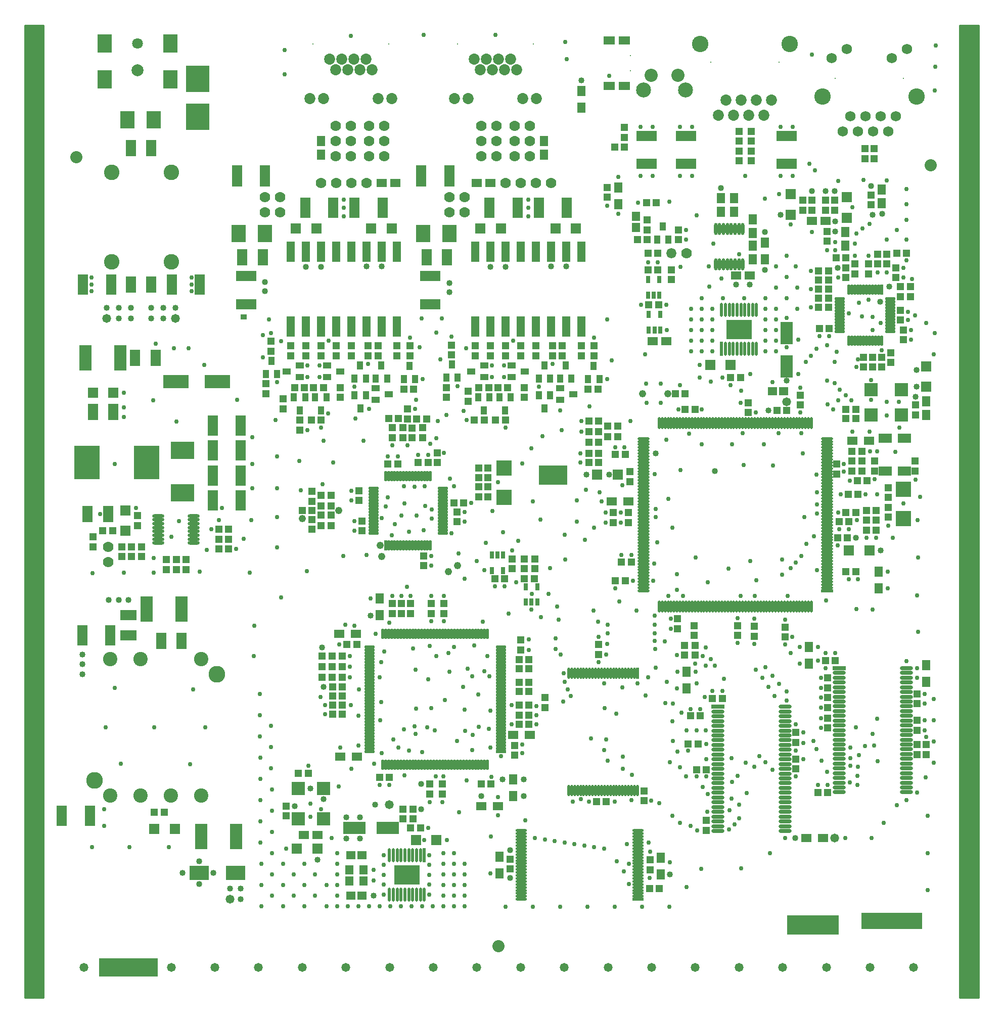
<source format=gts>
%FSLAX24Y24*%
%MOIN*%
G70*
G01*
G75*
%ADD10C,0.0100*%
%ADD11R,0.1250X0.0600*%
%ADD12R,0.0600X0.1000*%
%ADD13R,0.0380X0.0380*%
%ADD14R,0.0600X0.0600*%
%ADD15R,0.0709X0.1575*%
%ADD16R,0.1614X0.0827*%
%ADD17O,0.0701X0.0157*%
%ADD18R,0.1500X0.1100*%
%ADD19R,0.0600X0.1250*%
%ADD20R,0.0500X0.0600*%
%ADD21R,0.0600X0.0500*%
%ADD22R,0.0315X0.0472*%
%ADD23R,0.1200X0.0900*%
%ADD24R,0.0551X0.0492*%
%ADD25O,0.0138X0.0846*%
%ADD26R,0.0138X0.0846*%
%ADD27R,0.1575X0.1181*%
%ADD28R,0.0709X0.1378*%
%ADD29R,0.0800X0.0800*%
%ADD30O,0.0630X0.0110*%
%ADD31O,0.0110X0.0630*%
%ADD32R,0.0110X0.0630*%
%ADD33R,0.0472X0.1260*%
%ADD34R,0.0472X0.0315*%
%ADD35R,0.0425X0.0380*%
%ADD36C,0.0400*%
%ADD37R,0.1378X0.0709*%
%ADD38R,0.0650X0.0500*%
%ADD39O,0.0787X0.0177*%
%ADD40R,0.0787X0.0177*%
%ADD41R,0.0236X0.0433*%
%ADD42R,0.0492X0.0551*%
%ADD43O,0.0669X0.0110*%
%ADD44R,0.0669X0.0110*%
%ADD45O,0.0110X0.0669*%
%ADD46R,0.0110X0.0669*%
%ADD47R,0.1000X0.0600*%
%ADD48R,0.0850X0.1080*%
%ADD49R,0.0600X0.1350*%
%ADD50R,0.1575X0.2165*%
%ADD51R,0.1500X0.1680*%
%ADD52R,0.0866X0.1142*%
%ADD53O,0.0630X0.0110*%
%ADD54R,0.0630X0.0110*%
%ADD55O,0.0110X0.0709*%
%ADD56O,0.0709X0.0110*%
%ADD57O,0.0709X0.0110*%
%ADD58R,0.0709X0.0110*%
%ADD59O,0.0157X0.0701*%
%ADD60O,0.0110X0.0630*%
%ADD61R,0.0787X0.0512*%
%ADD62R,0.0945X0.0906*%
%ADD63C,0.0200*%
%ADD64C,0.0500*%
%ADD65C,0.0120*%
%ADD66C,0.0150*%
%ADD67C,0.0600*%
%ADD68C,0.0400*%
%ADD69C,0.0250*%
%ADD70C,0.0300*%
%ADD71C,0.0380*%
%ADD72C,0.0700*%
%ADD73C,0.0110*%
%ADD74C,0.0320*%
%ADD75C,0.0080*%
%ADD76C,0.0280*%
%ADD77C,0.0310*%
%ADD78C,0.0140*%
%ADD79C,0.0157*%
%ADD80C,0.0130*%
%ADD81C,0.0090*%
%ADD82C,0.0220*%
%ADD83C,0.0170*%
%ADD84C,0.0180*%
%ADD85C,0.0308*%
%ADD86C,0.0160*%
%ADD87C,0.0390*%
%ADD88R,0.0670X0.0700*%
%ADD89R,0.1350X0.1400*%
%ADD90R,0.0300X0.1229*%
%ADD91C,0.0620*%
%ADD92C,0.0600*%
%ADD93C,0.1000*%
%ADD94C,0.0650*%
%ADD95C,0.0906*%
%ADD96C,0.0787*%
%ADD97C,0.0866*%
%ADD98C,0.1024*%
%ADD99C,0.1024*%
%ADD100P,0.0620X8X0*%
%ADD101C,0.0945*%
%ADD102C,0.0500*%
%ADD103C,0.0118*%
%ADD104C,0.0098*%
%ADD105C,0.0060*%
%ADD106C,0.0079*%
%ADD107C,0.0070*%
%ADD108R,0.0500X0.0300*%
%ADD109R,0.0500X0.1500*%
%ADD110R,0.3100X0.0430*%
%ADD111R,0.0360X0.0130*%
%ADD112R,0.1900X0.1250*%
%ADD113R,0.0520X0.2190*%
%ADD114R,0.0530X0.2180*%
%ADD115R,0.2230X0.0510*%
%ADD116R,0.2180X0.0540*%
%ADD117R,0.3850X0.1200*%
%ADD118R,0.3400X0.1250*%
%ADD119R,0.0560X0.4570*%
%ADD120R,0.0560X0.4580*%
%ADD121R,0.4580X0.0560*%
%ADD122R,0.4570X0.0560*%
%ADD123R,0.0400X0.0350*%
%ADD124R,0.4016X0.1063*%
%ADD125R,0.0520X0.6940*%
%ADD126R,0.6930X0.0530*%
%ADD127R,0.0520X0.6930*%
%ADD128R,0.0600X1.0150*%
%ADD129R,1.0110X0.0610*%
%ADD130R,0.0610X1.0100*%
%ADD131R,0.0520X0.2960*%
%ADD132R,0.2970X0.0520*%
%ADD133R,0.0520X0.2970*%
%ADD134R,0.3010X0.0520*%
%ADD135R,0.1330X0.0680*%
%ADD136R,0.0680X0.1080*%
%ADD137R,0.0460X0.0460*%
%ADD138R,0.0680X0.0680*%
%ADD139R,0.0789X0.1655*%
%ADD140R,0.1694X0.0907*%
%ADD141O,0.0781X0.0237*%
%ADD142R,0.1580X0.1180*%
%ADD143R,0.0680X0.1330*%
%ADD144R,0.0580X0.0680*%
%ADD145R,0.0680X0.0580*%
%ADD146R,0.0395X0.0552*%
%ADD147R,0.1280X0.0980*%
%ADD148R,0.0631X0.0572*%
%ADD149O,0.0218X0.0926*%
%ADD150R,0.0218X0.0926*%
%ADD151R,0.1655X0.1261*%
%ADD152R,0.0789X0.1458*%
%ADD153R,0.0880X0.0880*%
%ADD154O,0.0710X0.0190*%
%ADD155O,0.0190X0.0710*%
%ADD156R,0.0190X0.0710*%
%ADD157R,0.0552X0.1340*%
%ADD158R,0.0552X0.0395*%
%ADD159R,0.0505X0.0460*%
%ADD160C,0.0800*%
%ADD161R,0.1458X0.0789*%
%ADD162R,0.0730X0.0580*%
%ADD163O,0.0867X0.0257*%
%ADD164R,0.0867X0.0257*%
%ADD165R,0.0316X0.0513*%
%ADD166R,0.0572X0.0631*%
%ADD167O,0.0749X0.0190*%
%ADD168R,0.0749X0.0190*%
%ADD169O,0.0190X0.0749*%
%ADD170R,0.0190X0.0749*%
%ADD171R,0.1080X0.0680*%
%ADD172R,0.0930X0.1160*%
%ADD173R,0.0680X0.1430*%
%ADD174R,0.1655X0.2245*%
%ADD175R,0.1580X0.1760*%
%ADD176R,0.0946X0.1222*%
%ADD177O,0.0710X0.0190*%
%ADD178R,0.0710X0.0190*%
%ADD179O,0.0190X0.0789*%
%ADD180O,0.0789X0.0190*%
%ADD181O,0.0789X0.0190*%
%ADD182R,0.0789X0.0190*%
%ADD183O,0.0237X0.0781*%
%ADD184O,0.0190X0.0710*%
%ADD185R,0.0867X0.0592*%
%ADD186R,0.1025X0.0986*%
%ADD187C,0.0700*%
%ADD188C,0.0080*%
%ADD189C,0.0680*%
%ADD190C,0.1080*%
%ADD191C,0.0730*%
%ADD192C,0.0986*%
%ADD193C,0.0867*%
%ADD194C,0.0946*%
%ADD195C,0.1104*%
%ADD196C,0.1104*%
%ADD197P,0.0700X8X0*%
%ADD198C,0.0709*%
%ADD199C,0.1025*%
%ADD200C,0.0300*%
%ADD201C,0.0480*%
%ADD202C,0.0580*%
D10*
X128625Y114775D02*
X129875D01*
X128625Y114745D02*
X129875D01*
X128625Y114665D02*
X129875D01*
X128625Y114585D02*
X129875D01*
X128625Y114505D02*
X129875D01*
X128625Y114425D02*
X129875D01*
X128625Y114345D02*
X129875D01*
X128625Y114265D02*
X129875D01*
X128625Y114185D02*
X129875D01*
X128625Y114105D02*
X129875D01*
X128625Y114025D02*
X129875D01*
X128625Y113945D02*
X129875D01*
X128625Y113865D02*
X129875D01*
X128625Y113785D02*
X129875D01*
X128625Y113705D02*
X129875D01*
X128625Y113625D02*
X129875D01*
X128625Y113545D02*
X129875D01*
X128625Y113465D02*
X129875D01*
X128625Y113385D02*
X129875D01*
X128625Y113305D02*
X129875D01*
X128625Y113225D02*
X129875D01*
X128625Y113145D02*
X129875D01*
X128625Y113065D02*
X129875D01*
X128625Y112985D02*
X129875D01*
X128625Y112905D02*
X129875D01*
X128625Y112825D02*
X129875D01*
X128625Y112745D02*
X129875D01*
X128625Y112665D02*
X129875D01*
X128625Y112585D02*
X129875D01*
X128625Y112505D02*
X129875D01*
X128625Y112425D02*
X129875D01*
X128625Y112345D02*
X129875D01*
X128625Y112265D02*
X129875D01*
X128625Y112185D02*
X129875D01*
X128625Y112105D02*
X129875D01*
X128625Y112025D02*
X129875D01*
X128625Y111945D02*
X129875D01*
X128625Y111865D02*
X129875D01*
X128625Y111785D02*
X129875D01*
X128625Y111705D02*
X129875D01*
X128625Y111625D02*
X129875D01*
X128625Y111545D02*
X129875D01*
X128625Y111465D02*
X129875D01*
X128625Y111385D02*
X129875D01*
X128625Y111305D02*
X129875D01*
X128625Y111225D02*
X129875D01*
X128625Y111145D02*
X129875D01*
X128625Y111065D02*
X129875D01*
X128625Y110985D02*
X129875D01*
X128625Y110905D02*
X129875D01*
X128625Y110825D02*
X129875D01*
X128625Y110745D02*
X129875D01*
X128625Y110665D02*
X129875D01*
X128625Y110585D02*
X129875D01*
X128625Y110505D02*
X129875D01*
X128625Y110425D02*
X129875D01*
X128625Y110345D02*
X129875D01*
X128625Y110265D02*
X129875D01*
X128625Y110185D02*
X129875D01*
X128625Y110105D02*
X129875D01*
X128625Y110025D02*
X129875D01*
X128625Y109945D02*
X129875D01*
X128625Y109865D02*
X129875D01*
X128625Y109785D02*
X129875D01*
X128625Y109705D02*
X129875D01*
X128625Y109625D02*
X129875D01*
X128625Y109545D02*
X129875D01*
X128625Y109465D02*
X129875D01*
X128625Y109385D02*
X129875D01*
X128625Y109305D02*
X129875D01*
X128625Y109225D02*
X129875D01*
X128625Y109145D02*
X129875D01*
X128625Y109065D02*
X129875D01*
X128625Y108985D02*
X129875D01*
X128625Y108905D02*
X129875D01*
X128625Y108825D02*
X129875D01*
X128625Y108745D02*
X129875D01*
X128625Y108665D02*
X129875D01*
X128625Y108585D02*
X129875D01*
X128625Y108505D02*
X129875D01*
X128625Y108425D02*
X129875D01*
X128625Y108345D02*
X129875D01*
X128625Y108265D02*
X129875D01*
X128625Y108185D02*
X129875D01*
X128625Y108105D02*
X129875D01*
X128625Y108025D02*
X129875D01*
X128625Y107945D02*
X129875D01*
X128625Y107865D02*
X129875D01*
X128625Y107785D02*
X129875D01*
X128625Y107705D02*
X129875D01*
X128625Y107625D02*
X129875D01*
X128625Y107545D02*
X129875D01*
X128625Y107465D02*
X129875D01*
X128625Y107385D02*
X129875D01*
X128625Y107305D02*
X129875D01*
X128625Y107225D02*
X129875D01*
X128625Y107145D02*
X129875D01*
X128625Y107065D02*
X129875D01*
X128625Y106985D02*
X129875D01*
X128625Y106905D02*
X129875D01*
X128625Y106825D02*
X129875D01*
X128625Y106745D02*
X129875D01*
X128625Y106665D02*
X129875D01*
X128625Y106585D02*
X129875D01*
X128625Y106505D02*
X129875D01*
X128625Y106425D02*
X129875D01*
X128625Y106345D02*
X129875D01*
X128625Y106265D02*
X129875D01*
X128625Y106185D02*
X129875D01*
X128625Y106105D02*
X129875D01*
X128625Y106025D02*
X129875D01*
X128625Y105945D02*
X129875D01*
X128625Y105865D02*
X129875D01*
X128625Y105785D02*
X129875D01*
X128625Y105705D02*
X129875D01*
X128625Y105625D02*
X129875D01*
X128625Y105545D02*
X129875D01*
X128625Y105465D02*
X129875D01*
X128625Y105385D02*
X129875D01*
X128625Y105305D02*
X129875D01*
X128625Y105225D02*
X129875D01*
X128625Y105145D02*
X129875D01*
X128625Y105065D02*
X129875D01*
X128625Y104985D02*
X129875D01*
X128625Y104905D02*
X129875D01*
X128625Y104825D02*
X129875D01*
X128625Y104745D02*
X129875D01*
X128625Y104665D02*
X129875D01*
X128625Y104585D02*
X129875D01*
X128625Y104505D02*
X129875D01*
X128625Y104425D02*
X129875D01*
X128625Y104345D02*
X129875D01*
X128625Y104265D02*
X129875D01*
X128625Y104185D02*
X129875D01*
X128625Y104105D02*
X129875D01*
X128625Y104025D02*
X129875D01*
X128625Y103945D02*
X129875D01*
X128625Y103865D02*
X129875D01*
X128625Y103785D02*
X129875D01*
X128625Y103705D02*
X129875D01*
X128625Y103625D02*
X129875D01*
X128625Y103545D02*
X129875D01*
X128625Y103465D02*
X129875D01*
X128625Y103385D02*
X129875D01*
X128625Y103305D02*
X129875D01*
X128625Y103225D02*
X129875D01*
X128625Y103145D02*
X129875D01*
X128625Y103065D02*
X129875D01*
X128625Y102985D02*
X129875D01*
X128625Y102905D02*
X129875D01*
X128625Y102825D02*
X129875D01*
X128625Y102745D02*
X129875D01*
X128625Y102665D02*
X129875D01*
X128625Y102585D02*
X129875D01*
X128625Y102505D02*
X129875D01*
X128625Y102425D02*
X129875D01*
X128625Y102345D02*
X129875D01*
X128625Y102265D02*
X129875D01*
X128625Y102185D02*
X129875D01*
X128625Y102105D02*
X129875D01*
X128625Y102025D02*
X129875D01*
X128625Y101945D02*
X129875D01*
X128625Y101865D02*
X129875D01*
X128625Y101785D02*
X129875D01*
X128625Y101705D02*
X129875D01*
X128625Y101625D02*
X129875D01*
X128625Y101545D02*
X129875D01*
X128625Y101465D02*
X129875D01*
X128625Y101385D02*
X129875D01*
X128625Y101305D02*
X129875D01*
X128625Y101225D02*
X129875D01*
X128625Y101145D02*
X129875D01*
X128625Y101065D02*
X129875D01*
X128625Y100985D02*
X129875D01*
X128625Y100905D02*
X129875D01*
X128625Y100825D02*
X129875D01*
X128625Y100745D02*
X129875D01*
X128625Y100665D02*
X129875D01*
X128625Y100585D02*
X129875D01*
X128625Y100505D02*
X129875D01*
X128625Y100425D02*
X129875D01*
X128625Y100345D02*
X129875D01*
X128625Y100265D02*
X129875D01*
X128625Y100185D02*
X129875D01*
X128625Y100105D02*
X129875D01*
X128625Y100025D02*
X129875D01*
X128625Y99945D02*
X129875D01*
X128625Y99865D02*
X129875D01*
X128625Y99785D02*
X129875D01*
X128625Y99705D02*
X129875D01*
X128625Y99625D02*
X129875D01*
X128625Y99545D02*
X129875D01*
X128625Y99465D02*
X129875D01*
X128625Y99385D02*
X129875D01*
X128625Y99305D02*
X129875D01*
X128625Y99225D02*
X129875D01*
X128625Y99145D02*
X129875D01*
X128625Y99065D02*
X129875D01*
X128625Y98985D02*
X129875D01*
X128625Y98905D02*
X129875D01*
X128625Y98825D02*
X129875D01*
X128625Y98745D02*
X129875D01*
X128625Y98665D02*
X129875D01*
X128625Y98585D02*
X129875D01*
X128625Y98505D02*
X129875D01*
X128625Y98425D02*
X129875D01*
X128625Y98345D02*
X129875D01*
X128625Y98265D02*
X129875D01*
X128625Y98185D02*
X129875D01*
X128625Y98105D02*
X129875D01*
X128625Y98025D02*
X129875D01*
X128625Y97945D02*
X129875D01*
X128625Y97865D02*
X129875D01*
X128625Y97785D02*
X129875D01*
X128625Y97705D02*
X129875D01*
X128625Y97625D02*
X129875D01*
X128625Y97545D02*
X129875D01*
X128625Y97465D02*
X129875D01*
X128625Y97385D02*
X129875D01*
X128625Y97305D02*
X129875D01*
X128625Y97225D02*
X129875D01*
X128625Y97145D02*
X129875D01*
X128625Y97065D02*
X129875D01*
X128625Y96985D02*
X129875D01*
X128625Y96905D02*
X129875D01*
X128625Y96825D02*
X129875D01*
X128625Y96745D02*
X129875D01*
X128625Y96665D02*
X129875D01*
X128625Y96585D02*
X129875D01*
X128625Y96505D02*
X129875D01*
X128625Y96425D02*
X129875D01*
X128625Y96345D02*
X129875D01*
X128625Y96265D02*
X129875D01*
X128625Y96185D02*
X129875D01*
X128625Y96105D02*
X129875D01*
X128625Y96025D02*
X129875D01*
X128625Y95945D02*
X129875D01*
X128625Y95865D02*
X129875D01*
X128625Y95785D02*
X129875D01*
X128625Y95705D02*
X129875D01*
X128625Y95625D02*
X129875D01*
X128625Y95545D02*
X129875D01*
X128625Y95465D02*
X129875D01*
X128625Y95385D02*
X129875D01*
X128625Y95305D02*
X129875D01*
X128625Y95225D02*
X129875D01*
X128625Y95145D02*
X129875D01*
X128625Y95065D02*
X129875D01*
X128625Y94985D02*
X129875D01*
X128625Y94905D02*
X129875D01*
X128625Y94825D02*
X129875D01*
X128625Y94745D02*
X129875D01*
X128625Y94665D02*
X129875D01*
X128625Y94585D02*
X129875D01*
X128625Y94505D02*
X129875D01*
X128625Y94425D02*
X129875D01*
X128625Y94345D02*
X129875D01*
X128625Y94265D02*
X129875D01*
X128625Y94185D02*
X129875D01*
X128625Y94105D02*
X129875D01*
X128625Y94025D02*
X129875D01*
X128625Y93945D02*
X129875D01*
X128625Y93865D02*
X129875D01*
X128625Y93785D02*
X129875D01*
X128625Y93705D02*
X129875D01*
X128625Y93625D02*
X129875D01*
X128625Y93545D02*
X129875D01*
X128625Y93465D02*
X129875D01*
X128625Y93385D02*
X129875D01*
X128625Y93305D02*
X129875D01*
X128625Y93225D02*
X129875D01*
X128625Y93145D02*
X129875D01*
X128625Y93065D02*
X129875D01*
X128625Y92985D02*
X129875D01*
X128625Y92905D02*
X129875D01*
X128625Y92825D02*
X129875D01*
X128625Y92745D02*
X129875D01*
X128625Y92665D02*
X129875D01*
X128625Y92585D02*
X129875D01*
X128625Y92505D02*
X129875D01*
X128625Y92425D02*
X129875D01*
X128625Y92345D02*
X129875D01*
X128625Y92265D02*
X129875D01*
X128625Y92185D02*
X129875D01*
X128625Y92105D02*
X129875D01*
X128625Y92025D02*
X129875D01*
X128625Y91945D02*
X129875D01*
X128625Y91865D02*
X129875D01*
X128625Y91785D02*
X129875D01*
X128625Y91705D02*
X129875D01*
X128625Y91625D02*
X129875D01*
X128625Y91545D02*
X129875D01*
X128625Y91465D02*
X129875D01*
X128625Y91385D02*
X129875D01*
X128625Y91305D02*
X129875D01*
X128625Y91225D02*
X129875D01*
X128625Y91145D02*
X129875D01*
X128625Y91065D02*
X129875D01*
X128625Y90985D02*
X129875D01*
X128625Y90905D02*
X129875D01*
X128625Y90825D02*
X129875D01*
X128625Y90745D02*
X129875D01*
X128625Y90665D02*
X129875D01*
X128625Y90585D02*
X129875D01*
X128625Y90505D02*
X129875D01*
X128625Y90425D02*
X129875D01*
X128625Y90345D02*
X129875D01*
X128625Y90265D02*
X129875D01*
X128625Y90185D02*
X129875D01*
X128625Y90105D02*
X129875D01*
X128625Y90025D02*
X129875D01*
X128625Y89945D02*
X129875D01*
X128625Y89865D02*
X129875D01*
X128625Y89785D02*
X129875D01*
X128625Y89705D02*
X129875D01*
X128625Y89625D02*
X129875D01*
Y50625D02*
Y114775D01*
X129855Y50625D02*
Y114775D01*
X129775Y50625D02*
Y114775D01*
X129695Y50625D02*
Y114775D01*
X129615Y50625D02*
Y114775D01*
X128625Y89545D02*
X129875D01*
X129535Y50625D02*
Y114775D01*
X129455Y50625D02*
Y114775D01*
X129375Y50625D02*
Y114775D01*
X129295Y50625D02*
Y114775D01*
X129215Y50625D02*
Y114775D01*
X129135Y50625D02*
Y114775D01*
X129055Y50625D02*
Y114775D01*
X128975Y50625D02*
Y114775D01*
X128895Y50625D02*
Y114775D01*
X128815Y50625D02*
Y114775D01*
X128735Y50625D02*
Y114775D01*
X128655Y50625D02*
Y114775D01*
X128625Y50625D02*
Y114775D01*
Y89465D02*
X129875D01*
X128625Y89385D02*
X129875D01*
X128625Y89305D02*
X129875D01*
X128625Y89225D02*
X129875D01*
X128625Y89145D02*
X129875D01*
X128625Y89065D02*
X129875D01*
X128625Y88985D02*
X129875D01*
X128625Y88905D02*
X129875D01*
X128625Y88825D02*
X129875D01*
X128625Y88745D02*
X129875D01*
X128625Y88665D02*
X129875D01*
X128625Y88585D02*
X129875D01*
X128625Y88505D02*
X129875D01*
X128625Y88425D02*
X129875D01*
X128625Y88345D02*
X129875D01*
X128625Y88265D02*
X129875D01*
X128625Y88185D02*
X129875D01*
X128625Y88105D02*
X129875D01*
X128625Y88025D02*
X129875D01*
X128625Y87945D02*
X129875D01*
X128625Y87865D02*
X129875D01*
X128625Y87785D02*
X129875D01*
X128625Y87705D02*
X129875D01*
X128625Y87625D02*
X129875D01*
X128625Y87545D02*
X129875D01*
X128625Y87465D02*
X129875D01*
X128625Y87385D02*
X129875D01*
X128625Y87305D02*
X129875D01*
X128625Y87225D02*
X129875D01*
X128625Y87145D02*
X129875D01*
X128625Y87065D02*
X129875D01*
X128625Y86985D02*
X129875D01*
X128625Y86905D02*
X129875D01*
X128625Y86825D02*
X129875D01*
X128625Y86745D02*
X129875D01*
X128625Y86665D02*
X129875D01*
X128625Y86585D02*
X129875D01*
X128625Y86505D02*
X129875D01*
X128625Y86425D02*
X129875D01*
X128625Y86345D02*
X129875D01*
X128625Y86265D02*
X129875D01*
X128625Y86185D02*
X129875D01*
X128625Y86105D02*
X129875D01*
X128625Y86025D02*
X129875D01*
X128625Y85945D02*
X129875D01*
X128625Y85865D02*
X129875D01*
X128625Y85785D02*
X129875D01*
X128625Y85705D02*
X129875D01*
X128625Y85625D02*
X129875D01*
X128625Y85545D02*
X129875D01*
X128625Y85465D02*
X129875D01*
X128625Y85385D02*
X129875D01*
X128625Y85305D02*
X129875D01*
X128625Y85225D02*
X129875D01*
X128625Y85145D02*
X129875D01*
X128625Y85065D02*
X129875D01*
X128625Y84985D02*
X129875D01*
X128625Y84905D02*
X129875D01*
X128625Y84825D02*
X129875D01*
X128625Y84745D02*
X129875D01*
X128625Y84665D02*
X129875D01*
X128625Y84585D02*
X129875D01*
X128625Y84505D02*
X129875D01*
X128625Y84425D02*
X129875D01*
X128625Y84345D02*
X129875D01*
X128625Y84265D02*
X129875D01*
X128625Y84185D02*
X129875D01*
X128625Y84105D02*
X129875D01*
X128625Y84025D02*
X129875D01*
X128625Y83945D02*
X129875D01*
X128625Y83865D02*
X129875D01*
X128625Y83785D02*
X129875D01*
X128625Y83705D02*
X129875D01*
X128625Y83625D02*
X129875D01*
X128625Y83545D02*
X129875D01*
X128625Y50625D02*
X129875D01*
X128625Y83465D02*
X129875D01*
X128625Y83385D02*
X129875D01*
X128625Y83305D02*
X129875D01*
X128625Y83225D02*
X129875D01*
X128625Y83145D02*
X129875D01*
X128625Y83065D02*
X129875D01*
X128625Y82985D02*
X129875D01*
X128625Y82905D02*
X129875D01*
X128625Y82825D02*
X129875D01*
X128625Y82745D02*
X129875D01*
X128625Y82665D02*
X129875D01*
X128625Y82585D02*
X129875D01*
X128625Y82505D02*
X129875D01*
X128625Y82425D02*
X129875D01*
X128625Y82345D02*
X129875D01*
X128625Y82265D02*
X129875D01*
X128625Y82185D02*
X129875D01*
X128625Y82105D02*
X129875D01*
X128625Y82025D02*
X129875D01*
X128625Y81945D02*
X129875D01*
X128625Y81865D02*
X129875D01*
X128625Y81785D02*
X129875D01*
X128625Y81705D02*
X129875D01*
X128625Y81625D02*
X129875D01*
X128625Y81545D02*
X129875D01*
X128625Y81465D02*
X129875D01*
X128625Y81385D02*
X129875D01*
X128625Y81305D02*
X129875D01*
X128625Y81225D02*
X129875D01*
X128625Y81145D02*
X129875D01*
X128625Y81065D02*
X129875D01*
X128625Y80985D02*
X129875D01*
X128625Y80905D02*
X129875D01*
X128625Y80825D02*
X129875D01*
X128625Y80745D02*
X129875D01*
X128625Y80665D02*
X129875D01*
X128625Y80585D02*
X129875D01*
X128625Y80505D02*
X129875D01*
X128625Y80425D02*
X129875D01*
X128625Y80345D02*
X129875D01*
X128625Y80265D02*
X129875D01*
X128625Y80185D02*
X129875D01*
X128625Y80105D02*
X129875D01*
X128625Y80025D02*
X129875D01*
X128625Y79945D02*
X129875D01*
X128625Y79865D02*
X129875D01*
X128625Y79785D02*
X129875D01*
X128625Y79705D02*
X129875D01*
X128625Y79625D02*
X129875D01*
X128625Y79545D02*
X129875D01*
X128625Y79465D02*
X129875D01*
X128625Y79385D02*
X129875D01*
X128625Y79305D02*
X129875D01*
X128625Y79225D02*
X129875D01*
X128625Y79145D02*
X129875D01*
X128625Y79065D02*
X129875D01*
X128625Y78985D02*
X129875D01*
X128625Y78905D02*
X129875D01*
X128625Y78825D02*
X129875D01*
X128625Y78745D02*
X129875D01*
X128625Y78665D02*
X129875D01*
X128625Y78585D02*
X129875D01*
X128625Y78505D02*
X129875D01*
X128625Y78425D02*
X129875D01*
X128625Y78345D02*
X129875D01*
X128625Y78265D02*
X129875D01*
X128625Y78185D02*
X129875D01*
X128625Y78105D02*
X129875D01*
X128625Y78025D02*
X129875D01*
X128625Y77945D02*
X129875D01*
X128625Y77865D02*
X129875D01*
X128625Y77785D02*
X129875D01*
X128625Y77705D02*
X129875D01*
X128625Y77625D02*
X129875D01*
X128625Y77545D02*
X129875D01*
X128625Y77465D02*
X129875D01*
X128625Y77385D02*
X129875D01*
X128625Y77305D02*
X129875D01*
X128625Y77225D02*
X129875D01*
X128625Y77145D02*
X129875D01*
X128625Y77065D02*
X129875D01*
X128625Y76985D02*
X129875D01*
X128625Y76905D02*
X129875D01*
X128625Y76825D02*
X129875D01*
X128625Y76745D02*
X129875D01*
X128625Y76665D02*
X129875D01*
X128625Y76585D02*
X129875D01*
X128625Y76505D02*
X129875D01*
X128625Y76425D02*
X129875D01*
X128625Y76345D02*
X129875D01*
X128625Y76265D02*
X129875D01*
X128625Y76185D02*
X129875D01*
X128625Y76105D02*
X129875D01*
X128625Y76025D02*
X129875D01*
X128625Y75945D02*
X129875D01*
X128625Y75865D02*
X129875D01*
X128625Y75785D02*
X129875D01*
X128625Y75705D02*
X129875D01*
X128625Y75625D02*
X129875D01*
X128625Y75545D02*
X129875D01*
X128625Y75465D02*
X129875D01*
X128625Y75385D02*
X129875D01*
X128625Y75305D02*
X129875D01*
X128625Y75225D02*
X129875D01*
X128625Y75145D02*
X129875D01*
X128625Y75065D02*
X129875D01*
X128625Y74985D02*
X129875D01*
X128625Y74905D02*
X129875D01*
X128625Y74825D02*
X129875D01*
X128625Y74745D02*
X129875D01*
X128625Y74665D02*
X129875D01*
X128625Y74585D02*
X129875D01*
X128625Y74505D02*
X129875D01*
X128625Y74425D02*
X129875D01*
X128625Y74345D02*
X129875D01*
X128625Y74265D02*
X129875D01*
X128625Y74185D02*
X129875D01*
X128625Y74105D02*
X129875D01*
X128625Y74025D02*
X129875D01*
X128625Y73945D02*
X129875D01*
X128625Y73865D02*
X129875D01*
X128625Y73785D02*
X129875D01*
X128625Y73705D02*
X129875D01*
X128625Y73625D02*
X129875D01*
X128625Y73545D02*
X129875D01*
X128625Y73465D02*
X129875D01*
X128625Y73385D02*
X129875D01*
X128625Y73305D02*
X129875D01*
X128625Y73225D02*
X129875D01*
X128625Y73145D02*
X129875D01*
X128625Y73065D02*
X129875D01*
X128625Y72985D02*
X129875D01*
X128625Y72905D02*
X129875D01*
X128625Y72825D02*
X129875D01*
X128625Y72745D02*
X129875D01*
X128625Y72665D02*
X129875D01*
X128625Y72585D02*
X129875D01*
X128625Y72505D02*
X129875D01*
X128625Y72425D02*
X129875D01*
X128625Y72345D02*
X129875D01*
X128625Y72265D02*
X129875D01*
X128625Y72185D02*
X129875D01*
X128625Y72105D02*
X129875D01*
X128625Y72025D02*
X129875D01*
X128625Y71945D02*
X129875D01*
X128625Y71865D02*
X129875D01*
X128625Y71785D02*
X129875D01*
X128625Y71705D02*
X129875D01*
X128625Y71625D02*
X129875D01*
X128625Y71545D02*
X129875D01*
X128625Y71465D02*
X129875D01*
X128625Y71385D02*
X129875D01*
X128625Y71305D02*
X129875D01*
X128625Y71225D02*
X129875D01*
X128625Y71145D02*
X129875D01*
X128625Y71065D02*
X129875D01*
X128625Y70985D02*
X129875D01*
X128625Y70905D02*
X129875D01*
X128625Y70825D02*
X129875D01*
X128625Y70745D02*
X129875D01*
X128625Y70665D02*
X129875D01*
X128625Y70585D02*
X129875D01*
X128625Y70505D02*
X129875D01*
X128625Y70425D02*
X129875D01*
X128625Y70345D02*
X129875D01*
X128625Y70265D02*
X129875D01*
X128625Y70185D02*
X129875D01*
X128625Y70105D02*
X129875D01*
X128625Y70025D02*
X129875D01*
X128625Y69945D02*
X129875D01*
X128625Y69865D02*
X129875D01*
X128625Y69785D02*
X129875D01*
X128625Y69705D02*
X129875D01*
X128625Y69625D02*
X129875D01*
X128625Y69545D02*
X129875D01*
X128625Y69465D02*
X129875D01*
X128625Y69385D02*
X129875D01*
X128625Y69305D02*
X129875D01*
X128625Y69225D02*
X129875D01*
X128625Y69145D02*
X129875D01*
X128625Y69065D02*
X129875D01*
X128625Y68985D02*
X129875D01*
X128625Y68905D02*
X129875D01*
X128625Y68825D02*
X129875D01*
X128625Y68745D02*
X129875D01*
X128625Y68665D02*
X129875D01*
X128625Y68585D02*
X129875D01*
X128625Y68505D02*
X129875D01*
X128625Y68425D02*
X129875D01*
X128625Y68345D02*
X129875D01*
X128625Y68265D02*
X129875D01*
X128625Y68185D02*
X129875D01*
X128625Y68105D02*
X129875D01*
X128625Y68025D02*
X129875D01*
X128625Y67945D02*
X129875D01*
X128625Y67865D02*
X129875D01*
X128625Y67785D02*
X129875D01*
X128625Y67705D02*
X129875D01*
X128625Y67625D02*
X129875D01*
X128625Y67545D02*
X129875D01*
X128625Y67465D02*
X129875D01*
X128625Y67385D02*
X129875D01*
X128625Y67305D02*
X129875D01*
X128625Y67225D02*
X129875D01*
X128625Y67145D02*
X129875D01*
X128625Y67065D02*
X129875D01*
X128625Y66985D02*
X129875D01*
X128625Y66905D02*
X129875D01*
X128625Y66825D02*
X129875D01*
X128625Y66745D02*
X129875D01*
X128625Y66665D02*
X129875D01*
X128625Y66585D02*
X129875D01*
X128625Y66505D02*
X129875D01*
X128625Y66425D02*
X129875D01*
X128625Y66345D02*
X129875D01*
X128625Y66265D02*
X129875D01*
X128625Y66185D02*
X129875D01*
X128625Y66105D02*
X129875D01*
X128625Y66025D02*
X129875D01*
X128625Y65945D02*
X129875D01*
X128625Y65865D02*
X129875D01*
X128625Y65785D02*
X129875D01*
X128625Y65705D02*
X129875D01*
X128625Y65625D02*
X129875D01*
X128625Y65545D02*
X129875D01*
X128625Y65465D02*
X129875D01*
X128625Y65385D02*
X129875D01*
X128625Y65305D02*
X129875D01*
X128625Y65225D02*
X129875D01*
X128625Y65145D02*
X129875D01*
X128625Y65065D02*
X129875D01*
X128625Y64985D02*
X129875D01*
X128625Y64905D02*
X129875D01*
X128625Y64825D02*
X129875D01*
X128625Y64745D02*
X129875D01*
X128625Y64665D02*
X129875D01*
X128625Y64585D02*
X129875D01*
X128625Y64505D02*
X129875D01*
X128625Y64425D02*
X129875D01*
X128625Y64345D02*
X129875D01*
X128625Y64265D02*
X129875D01*
X128625Y64185D02*
X129875D01*
X128625Y64105D02*
X129875D01*
X128625Y64025D02*
X129875D01*
X128625Y63945D02*
X129875D01*
X128625Y63865D02*
X129875D01*
X128625Y63785D02*
X129875D01*
X128625Y63705D02*
X129875D01*
X128625Y63625D02*
X129875D01*
X128625Y63545D02*
X129875D01*
X128625Y63465D02*
X129875D01*
X128625Y63385D02*
X129875D01*
X128625Y63305D02*
X129875D01*
X128625Y63225D02*
X129875D01*
X128625Y63145D02*
X129875D01*
X128625Y63065D02*
X129875D01*
X128625Y62985D02*
X129875D01*
X128625Y62905D02*
X129875D01*
X128625Y62825D02*
X129875D01*
X128625Y62745D02*
X129875D01*
X128625Y62665D02*
X129875D01*
X128625Y62585D02*
X129875D01*
X128625Y62505D02*
X129875D01*
X128625Y62425D02*
X129875D01*
X128625Y62345D02*
X129875D01*
X128625Y62265D02*
X129875D01*
X128625Y62185D02*
X129875D01*
X128625Y62105D02*
X129875D01*
X128625Y62025D02*
X129875D01*
X128625Y61945D02*
X129875D01*
X128625Y61865D02*
X129875D01*
X128625Y61785D02*
X129875D01*
X128625Y61705D02*
X129875D01*
X128625Y61625D02*
X129875D01*
X128625Y61545D02*
X129875D01*
X128625Y61465D02*
X129875D01*
X128625Y61385D02*
X129875D01*
X128625Y61305D02*
X129875D01*
X128625Y61225D02*
X129875D01*
X128625Y61145D02*
X129875D01*
X128625Y61065D02*
X129875D01*
X128625Y60985D02*
X129875D01*
X128625Y60905D02*
X129875D01*
X128625Y60825D02*
X129875D01*
X128625Y60745D02*
X129875D01*
X128625Y60665D02*
X129875D01*
X128625Y60585D02*
X129875D01*
X128625Y60505D02*
X129875D01*
X128625Y60425D02*
X129875D01*
X128625Y60345D02*
X129875D01*
X128625Y60265D02*
X129875D01*
X128625Y60185D02*
X129875D01*
X128625Y60105D02*
X129875D01*
X128625Y60025D02*
X129875D01*
X128625Y59945D02*
X129875D01*
X128625Y59865D02*
X129875D01*
X128625Y59785D02*
X129875D01*
X128625Y59705D02*
X129875D01*
X128625Y59625D02*
X129875D01*
X128625Y59545D02*
X129875D01*
X128625Y59465D02*
X129875D01*
X128625Y59385D02*
X129875D01*
X128625Y59305D02*
X129875D01*
X128625Y59225D02*
X129875D01*
X128625Y59145D02*
X129875D01*
X128625Y59065D02*
X129875D01*
X128625Y58985D02*
X129875D01*
X128625Y58905D02*
X129875D01*
X128625Y58825D02*
X129875D01*
X128625Y58745D02*
X129875D01*
X128625Y58665D02*
X129875D01*
X128625Y58585D02*
X129875D01*
X128625Y58505D02*
X129875D01*
X128625Y58425D02*
X129875D01*
X128625Y58345D02*
X129875D01*
X128625Y58265D02*
X129875D01*
X128625Y58185D02*
X129875D01*
X128625Y58105D02*
X129875D01*
X128625Y58025D02*
X129875D01*
X128625Y57945D02*
X129875D01*
X128625Y57865D02*
X129875D01*
X128625Y57785D02*
X129875D01*
X128625Y57705D02*
X129875D01*
X128625Y57625D02*
X129875D01*
X128625Y57545D02*
X129875D01*
X128625Y57465D02*
X129875D01*
X128625Y57385D02*
X129875D01*
X128625Y57305D02*
X129875D01*
X128625Y57225D02*
X129875D01*
X128625Y57145D02*
X129875D01*
X128625Y57065D02*
X129875D01*
X128625Y56985D02*
X129875D01*
X128625Y56905D02*
X129875D01*
X128625Y56825D02*
X129875D01*
X128625Y56745D02*
X129875D01*
X128625Y56665D02*
X129875D01*
X128625Y56585D02*
X129875D01*
X128625Y56505D02*
X129875D01*
X128625Y56425D02*
X129875D01*
X128625Y56345D02*
X129875D01*
X128625Y56265D02*
X129875D01*
X128625Y56185D02*
X129875D01*
X128625Y56105D02*
X129875D01*
X128625Y56025D02*
X129875D01*
X128625Y55945D02*
X129875D01*
X128625Y55865D02*
X129875D01*
X128625Y55785D02*
X129875D01*
X128625Y55705D02*
X129875D01*
X128625Y55625D02*
X129875D01*
X128625Y55545D02*
X129875D01*
X128625Y55465D02*
X129875D01*
X128625Y55385D02*
X129875D01*
X128625Y55305D02*
X129875D01*
X128625Y55225D02*
X129875D01*
X128625Y55145D02*
X129875D01*
X128625Y55065D02*
X129875D01*
X128625Y54985D02*
X129875D01*
X128625Y54905D02*
X129875D01*
X128625Y54825D02*
X129875D01*
X128625Y54745D02*
X129875D01*
X128625Y54665D02*
X129875D01*
X128625Y54585D02*
X129875D01*
X128625Y54505D02*
X129875D01*
X128625Y54425D02*
X129875D01*
X128625Y54345D02*
X129875D01*
X128625Y54265D02*
X129875D01*
X128625Y54185D02*
X129875D01*
X128625Y54105D02*
X129875D01*
X128625Y54025D02*
X129875D01*
X128625Y53945D02*
X129875D01*
X128625Y53865D02*
X129875D01*
X128625Y53785D02*
X129875D01*
X128625Y53705D02*
X129875D01*
X128625Y53625D02*
X129875D01*
X128625Y53545D02*
X129875D01*
X128625Y53465D02*
X129875D01*
X128625Y53385D02*
X129875D01*
X128625Y53305D02*
X129875D01*
X128625Y53225D02*
X129875D01*
X128625Y53145D02*
X129875D01*
X128625Y53065D02*
X129875D01*
X128625Y52985D02*
X129875D01*
X128625Y52905D02*
X129875D01*
X128625Y52825D02*
X129875D01*
X128625Y52745D02*
X129875D01*
X128625Y52665D02*
X129875D01*
X128625Y52585D02*
X129875D01*
X128625Y52505D02*
X129875D01*
X128625Y52425D02*
X129875D01*
X128625Y52345D02*
X129875D01*
X128625Y52265D02*
X129875D01*
X128625Y52185D02*
X129875D01*
X128625Y52105D02*
X129875D01*
X128625Y52025D02*
X129875D01*
X128625Y51945D02*
X129875D01*
X128625Y51865D02*
X129875D01*
X128625Y51785D02*
X129875D01*
X128625Y51705D02*
X129875D01*
X128625Y51625D02*
X129875D01*
X128625Y51545D02*
X129875D01*
X128625Y51465D02*
X129875D01*
X128625Y51385D02*
X129875D01*
X128625Y51305D02*
X129875D01*
X128625Y51225D02*
X129875D01*
X128625Y51145D02*
X129875D01*
X128625Y51065D02*
X129875D01*
X128625Y50985D02*
X129875D01*
X128625Y50905D02*
X129875D01*
X128625Y50825D02*
X129875D01*
X128625Y50745D02*
X129875D01*
X128625Y50665D02*
X129875D01*
X66975Y114775D02*
X68225D01*
X66975Y114745D02*
X68225D01*
X66975Y114665D02*
X68225D01*
X66975Y114585D02*
X68225D01*
X66975Y114505D02*
X68225D01*
X66975Y114425D02*
X68225D01*
X66975Y114345D02*
X68225D01*
X66975Y114265D02*
X68225D01*
X66975Y114185D02*
X68225D01*
X66975Y114105D02*
X68225D01*
X66975Y114025D02*
X68225D01*
X66975Y113945D02*
X68225D01*
X66975Y113865D02*
X68225D01*
X66975Y113785D02*
X68225D01*
X66975Y113705D02*
X68225D01*
X66975Y113625D02*
X68225D01*
X66975Y113545D02*
X68225D01*
X66975Y113465D02*
X68225D01*
X66975Y113385D02*
X68225D01*
X66975Y113305D02*
X68225D01*
X66975Y113225D02*
X68225D01*
X66975Y113145D02*
X68225D01*
X66975Y113065D02*
X68225D01*
X66975Y112985D02*
X68225D01*
X66975Y112905D02*
X68225D01*
X66975Y112825D02*
X68225D01*
X66975Y112745D02*
X68225D01*
X66975Y112665D02*
X68225D01*
X66975Y112585D02*
X68225D01*
X66975Y112505D02*
X68225D01*
X66975Y112425D02*
X68225D01*
X66975Y112345D02*
X68225D01*
X66975Y112265D02*
X68225D01*
X66975Y112185D02*
X68225D01*
X66975Y112105D02*
X68225D01*
X66975Y112025D02*
X68225D01*
X66975Y111945D02*
X68225D01*
X66975Y111865D02*
X68225D01*
X66975Y111785D02*
X68225D01*
X66975Y111705D02*
X68225D01*
X66975Y111625D02*
X68225D01*
X66975Y111545D02*
X68225D01*
X66975Y111465D02*
X68225D01*
X66975Y111385D02*
X68225D01*
X66975Y111305D02*
X68225D01*
X66975Y111225D02*
X68225D01*
X66975Y111145D02*
X68225D01*
X66975Y111065D02*
X68225D01*
X66975Y110985D02*
X68225D01*
X66975Y110905D02*
X68225D01*
X66975Y110825D02*
X68225D01*
X66975Y110745D02*
X68225D01*
X66975Y110665D02*
X68225D01*
X66975Y110585D02*
X68225D01*
X66975Y110505D02*
X68225D01*
X66975Y110425D02*
X68225D01*
X66975Y110345D02*
X68225D01*
X66975Y110265D02*
X68225D01*
X66975Y110185D02*
X68225D01*
X66975Y110105D02*
X68225D01*
X66975Y110025D02*
X68225D01*
X66975Y109945D02*
X68225D01*
X66975Y109865D02*
X68225D01*
X66975Y109785D02*
X68225D01*
X66975Y109705D02*
X68225D01*
X66975Y109625D02*
X68225D01*
X66975Y109545D02*
X68225D01*
X66975Y109465D02*
X68225D01*
X66975Y109385D02*
X68225D01*
X66975Y109305D02*
X68225D01*
X66975Y109225D02*
X68225D01*
X66975Y109145D02*
X68225D01*
X66975Y109065D02*
X68225D01*
X66975Y108985D02*
X68225D01*
X66975Y108905D02*
X68225D01*
X66975Y108825D02*
X68225D01*
X66975Y108745D02*
X68225D01*
X66975Y108665D02*
X68225D01*
X66975Y108585D02*
X68225D01*
X66975Y108505D02*
X68225D01*
X66975Y108425D02*
X68225D01*
X66975Y108345D02*
X68225D01*
X66975Y108265D02*
X68225D01*
X66975Y108185D02*
X68225D01*
X66975Y108105D02*
X68225D01*
X66975Y108025D02*
X68225D01*
X66975Y107945D02*
X68225D01*
X66975Y107865D02*
X68225D01*
X66975Y107785D02*
X68225D01*
X66975Y107705D02*
X68225D01*
X66975Y107625D02*
X68225D01*
X66975Y107545D02*
X68225D01*
X66975Y107465D02*
X68225D01*
X66975Y107385D02*
X68225D01*
X66975Y107305D02*
X68225D01*
X66975Y107225D02*
X68225D01*
X66975Y107145D02*
X68225D01*
X66975Y107065D02*
X68225D01*
X66975Y106985D02*
X68225D01*
X66975Y106905D02*
X68225D01*
X66975Y106825D02*
X68225D01*
X66975Y106745D02*
X68225D01*
X66975Y106665D02*
X68225D01*
X66975Y106585D02*
X68225D01*
X66975Y106505D02*
X68225D01*
X66975Y106425D02*
X68225D01*
X66975Y106345D02*
X68225D01*
X66975Y106265D02*
X68225D01*
X66975Y106185D02*
X68225D01*
X66975Y106105D02*
X68225D01*
X66975Y106025D02*
X68225D01*
X66975Y105945D02*
X68225D01*
X66975Y105865D02*
X68225D01*
X66975Y105785D02*
X68225D01*
X66975Y105705D02*
X68225D01*
X66975Y105625D02*
X68225D01*
X66975Y105545D02*
X68225D01*
X66975Y105465D02*
X68225D01*
X66975Y105385D02*
X68225D01*
X66975Y105305D02*
X68225D01*
X66975Y105225D02*
X68225D01*
X66975Y105145D02*
X68225D01*
X66975Y105065D02*
X68225D01*
X66975Y104985D02*
X68225D01*
X66975Y104905D02*
X68225D01*
X66975Y104825D02*
X68225D01*
X66975Y104745D02*
X68225D01*
X66975Y104665D02*
X68225D01*
X66975Y104585D02*
X68225D01*
X66975Y104505D02*
X68225D01*
X66975Y104425D02*
X68225D01*
X66975Y104345D02*
X68225D01*
X66975Y104265D02*
X68225D01*
X66975Y104185D02*
X68225D01*
X66975Y104105D02*
X68225D01*
X66975Y104025D02*
X68225D01*
X66975Y103945D02*
X68225D01*
X66975Y103865D02*
X68225D01*
X66975Y103785D02*
X68225D01*
X66975Y103705D02*
X68225D01*
X66975Y103625D02*
X68225D01*
X66975Y103545D02*
X68225D01*
X66975Y103465D02*
X68225D01*
X66975Y103385D02*
X68225D01*
X66975Y103305D02*
X68225D01*
X66975Y103225D02*
X68225D01*
X66975Y103145D02*
X68225D01*
X66975Y103065D02*
X68225D01*
X66975Y102985D02*
X68225D01*
X66975Y102905D02*
X68225D01*
X66975Y102825D02*
X68225D01*
X66975Y102745D02*
X68225D01*
X66975Y102665D02*
X68225D01*
X66975Y102585D02*
X68225D01*
X66975Y102505D02*
X68225D01*
X66975Y102425D02*
X68225D01*
X66975Y102345D02*
X68225D01*
X66975Y102265D02*
X68225D01*
X66975Y102185D02*
X68225D01*
X66975Y102105D02*
X68225D01*
X66975Y102025D02*
X68225D01*
X66975Y101945D02*
X68225D01*
X66975Y101865D02*
X68225D01*
X66975Y101785D02*
X68225D01*
X66975Y101705D02*
X68225D01*
X66975Y101625D02*
X68225D01*
X66975Y101545D02*
X68225D01*
X66975Y101465D02*
X68225D01*
X66975Y101385D02*
X68225D01*
X66975Y101305D02*
X68225D01*
X66975Y101225D02*
X68225D01*
X66975Y101145D02*
X68225D01*
X66975Y101065D02*
X68225D01*
X66975Y100985D02*
X68225D01*
X66975Y100905D02*
X68225D01*
X66975Y100825D02*
X68225D01*
X66975Y100745D02*
X68225D01*
X66975Y100665D02*
X68225D01*
X66975Y100585D02*
X68225D01*
X66975Y100505D02*
X68225D01*
X66975Y100425D02*
X68225D01*
X66975Y100345D02*
X68225D01*
X66975Y100265D02*
X68225D01*
X66975Y100185D02*
X68225D01*
X66975Y100105D02*
X68225D01*
X66975Y100025D02*
X68225D01*
X66975Y99945D02*
X68225D01*
X66975Y99865D02*
X68225D01*
X66975Y99785D02*
X68225D01*
X66975Y99705D02*
X68225D01*
X66975Y99625D02*
X68225D01*
X66975Y99545D02*
X68225D01*
X66975Y99465D02*
X68225D01*
X66975Y99385D02*
X68225D01*
X66975Y99305D02*
X68225D01*
X66975Y99225D02*
X68225D01*
X66975Y99145D02*
X68225D01*
X66975Y99065D02*
X68225D01*
X66975Y98985D02*
X68225D01*
X66975Y98905D02*
X68225D01*
X66975Y98825D02*
X68225D01*
X66975Y98745D02*
X68225D01*
X66975Y98665D02*
X68225D01*
X66975Y98585D02*
X68225D01*
X66975Y98505D02*
X68225D01*
X66975Y98425D02*
X68225D01*
X66975Y98345D02*
X68225D01*
X66975Y98265D02*
X68225D01*
X66975Y98185D02*
X68225D01*
X66975Y98105D02*
X68225D01*
X66975Y98025D02*
X68225D01*
X66975Y97945D02*
X68225D01*
X66975Y97865D02*
X68225D01*
X66975Y97785D02*
X68225D01*
X66975Y97705D02*
X68225D01*
X66975Y97625D02*
X68225D01*
X66975Y97545D02*
X68225D01*
X66975Y97465D02*
X68225D01*
X66975Y97385D02*
X68225D01*
X66975Y97305D02*
X68225D01*
X66975Y97225D02*
X68225D01*
X66975Y97145D02*
X68225D01*
X66975Y97065D02*
X68225D01*
X66975Y96985D02*
X68225D01*
X66975Y96905D02*
X68225D01*
X66975Y96825D02*
X68225D01*
X66975Y96745D02*
X68225D01*
X66975Y96665D02*
X68225D01*
X66975Y96585D02*
X68225D01*
X66975Y96505D02*
X68225D01*
X66975Y96425D02*
X68225D01*
X66975Y96345D02*
X68225D01*
X66975Y96265D02*
X68225D01*
X66975Y96185D02*
X68225D01*
X66975Y96105D02*
X68225D01*
X66975Y96025D02*
X68225D01*
X66975Y95945D02*
X68225D01*
X66975Y95865D02*
X68225D01*
X66975Y95785D02*
X68225D01*
X66975Y95705D02*
X68225D01*
X66975Y95625D02*
X68225D01*
X66975Y95545D02*
X68225D01*
X66975Y95465D02*
X68225D01*
X66975Y95385D02*
X68225D01*
X66975Y95305D02*
X68225D01*
X66975Y95225D02*
X68225D01*
X66975Y95145D02*
X68225D01*
X66975Y95065D02*
X68225D01*
X66975Y94985D02*
X68225D01*
X66975Y94905D02*
X68225D01*
X66975Y94825D02*
X68225D01*
X66975Y94745D02*
X68225D01*
X66975Y94665D02*
X68225D01*
X66975Y94585D02*
X68225D01*
X66975Y94505D02*
X68225D01*
X66975Y94425D02*
X68225D01*
X66975Y94345D02*
X68225D01*
X66975Y94265D02*
X68225D01*
X66975Y94185D02*
X68225D01*
X66975Y94105D02*
X68225D01*
X66975Y94025D02*
X68225D01*
X66975Y93945D02*
X68225D01*
X66975Y93865D02*
X68225D01*
X66975Y93785D02*
X68225D01*
X66975Y93705D02*
X68225D01*
X66975Y93625D02*
X68225D01*
X66975Y93545D02*
X68225D01*
X66975Y93465D02*
X68225D01*
X66975Y93385D02*
X68225D01*
X66975Y93305D02*
X68225D01*
X66975Y93225D02*
X68225D01*
X66975Y93145D02*
X68225D01*
X66975Y93065D02*
X68225D01*
X66975Y92985D02*
X68225D01*
X66975Y92905D02*
X68225D01*
X66975Y92825D02*
X68225D01*
X66975Y92745D02*
X68225D01*
X66975Y92665D02*
X68225D01*
X66975Y92585D02*
X68225D01*
X66975Y92505D02*
X68225D01*
X66975Y92425D02*
X68225D01*
X66975Y92345D02*
X68225D01*
X66975Y92265D02*
X68225D01*
X66975Y92185D02*
X68225D01*
X66975Y92105D02*
X68225D01*
X66975Y92025D02*
X68225D01*
X66975Y91945D02*
X68225D01*
X66975Y91865D02*
X68225D01*
X66975Y91785D02*
X68225D01*
X66975Y91705D02*
X68225D01*
X66975Y91625D02*
X68225D01*
X66975Y91545D02*
X68225D01*
X66975Y91465D02*
X68225D01*
X66975Y91385D02*
X68225D01*
X66975Y91305D02*
X68225D01*
X66975Y91225D02*
X68225D01*
X66975Y91145D02*
X68225D01*
X66975Y91065D02*
X68225D01*
X66975Y90985D02*
X68225D01*
X66975Y90905D02*
X68225D01*
X66975Y90825D02*
X68225D01*
X66975Y90745D02*
X68225D01*
X66975Y90665D02*
X68225D01*
X66975Y90585D02*
X68225D01*
X66975Y90505D02*
X68225D01*
X66975Y90425D02*
X68225D01*
X66975Y90345D02*
X68225D01*
X66975Y90265D02*
X68225D01*
X66975Y90185D02*
X68225D01*
X66975Y90105D02*
X68225D01*
X66975Y90025D02*
X68225D01*
X66975Y89945D02*
X68225D01*
X66975Y89865D02*
X68225D01*
X66975Y89785D02*
X68225D01*
X66975Y89705D02*
X68225D01*
X66975Y89625D02*
X68225D01*
Y50625D02*
Y114775D01*
X68175Y50625D02*
Y114775D01*
X68095Y50625D02*
Y114775D01*
X66975Y89545D02*
X68225D01*
X68015Y50625D02*
Y114775D01*
X66975Y89465D02*
X68225D01*
X67935Y50625D02*
Y114775D01*
X67855Y50625D02*
Y114775D01*
X67775Y50625D02*
Y114775D01*
X67695Y50625D02*
Y114775D01*
X67615Y50625D02*
Y114775D01*
X67535Y50625D02*
Y114775D01*
X67455Y50625D02*
Y114775D01*
X67375Y50625D02*
Y114775D01*
X67295Y50625D02*
Y114775D01*
X67215Y50625D02*
Y114775D01*
X67135Y50625D02*
Y114775D01*
X67055Y50625D02*
Y114775D01*
X66975Y50625D02*
Y114775D01*
Y89385D02*
X68225D01*
X66975Y89305D02*
X68225D01*
X66975Y89225D02*
X68225D01*
X66975Y89145D02*
X68225D01*
X66975Y89065D02*
X68225D01*
X66975Y88985D02*
X68225D01*
X66975Y88905D02*
X68225D01*
X66975Y88825D02*
X68225D01*
X66975Y88745D02*
X68225D01*
X66975Y88665D02*
X68225D01*
X66975Y88585D02*
X68225D01*
X66975Y88505D02*
X68225D01*
X66975Y88425D02*
X68225D01*
X66975Y88345D02*
X68225D01*
X66975Y88265D02*
X68225D01*
X66975Y88185D02*
X68225D01*
X66975Y88105D02*
X68225D01*
X66975Y88025D02*
X68225D01*
X66975Y87945D02*
X68225D01*
X66975Y87865D02*
X68225D01*
X66975Y87785D02*
X68225D01*
X66975Y87705D02*
X68225D01*
X66975Y87625D02*
X68225D01*
X66975Y87545D02*
X68225D01*
X66975Y87465D02*
X68225D01*
X66975Y87385D02*
X68225D01*
X66975Y87305D02*
X68225D01*
X66975Y87225D02*
X68225D01*
X66975Y87145D02*
X68225D01*
X66975Y87065D02*
X68225D01*
X66975Y86985D02*
X68225D01*
X66975Y86905D02*
X68225D01*
X66975Y86825D02*
X68225D01*
X66975Y86745D02*
X68225D01*
X66975Y86665D02*
X68225D01*
X66975Y86585D02*
X68225D01*
X66975Y86505D02*
X68225D01*
X66975Y86425D02*
X68225D01*
X66975Y86345D02*
X68225D01*
X66975Y86265D02*
X68225D01*
X66975Y86185D02*
X68225D01*
X66975Y86105D02*
X68225D01*
X66975Y86025D02*
X68225D01*
X66975Y85945D02*
X68225D01*
X66975Y85865D02*
X68225D01*
X66975Y85785D02*
X68225D01*
X66975Y85705D02*
X68225D01*
X66975Y85625D02*
X68225D01*
X66975Y85545D02*
X68225D01*
X66975Y85465D02*
X68225D01*
X66975Y85385D02*
X68225D01*
X66975Y85305D02*
X68225D01*
X66975Y85225D02*
X68225D01*
X66975Y85145D02*
X68225D01*
X66975Y85065D02*
X68225D01*
X66975Y84985D02*
X68225D01*
X66975Y84905D02*
X68225D01*
X66975Y84825D02*
X68225D01*
X66975Y84745D02*
X68225D01*
X66975Y84665D02*
X68225D01*
X66975Y84585D02*
X68225D01*
X66975Y84505D02*
X68225D01*
X66975Y84425D02*
X68225D01*
X66975Y84345D02*
X68225D01*
X66975Y84265D02*
X68225D01*
X66975Y84185D02*
X68225D01*
X66975Y84105D02*
X68225D01*
X66975Y84025D02*
X68225D01*
X66975Y83945D02*
X68225D01*
X66975Y83865D02*
X68225D01*
X66975Y83785D02*
X68225D01*
X66975Y83705D02*
X68225D01*
X66975Y83625D02*
X68225D01*
X66975Y83545D02*
X68225D01*
X66975Y83465D02*
X68225D01*
X66975Y50625D02*
X68225D01*
X66975Y83385D02*
X68225D01*
X66975Y83305D02*
X68225D01*
X66975Y83225D02*
X68225D01*
X66975Y83145D02*
X68225D01*
X66975Y83065D02*
X68225D01*
X66975Y82985D02*
X68225D01*
X66975Y82905D02*
X68225D01*
X66975Y82825D02*
X68225D01*
X66975Y82745D02*
X68225D01*
X66975Y82665D02*
X68225D01*
X66975Y82585D02*
X68225D01*
X66975Y82505D02*
X68225D01*
X66975Y82425D02*
X68225D01*
X66975Y82345D02*
X68225D01*
X66975Y82265D02*
X68225D01*
X66975Y82185D02*
X68225D01*
X66975Y82105D02*
X68225D01*
X66975Y82025D02*
X68225D01*
X66975Y81945D02*
X68225D01*
X66975Y81865D02*
X68225D01*
X66975Y81785D02*
X68225D01*
X66975Y81705D02*
X68225D01*
X66975Y81625D02*
X68225D01*
X66975Y81545D02*
X68225D01*
X66975Y81465D02*
X68225D01*
X66975Y81385D02*
X68225D01*
X66975Y81305D02*
X68225D01*
X66975Y81225D02*
X68225D01*
X66975Y81145D02*
X68225D01*
X66975Y81065D02*
X68225D01*
X66975Y80985D02*
X68225D01*
X66975Y80905D02*
X68225D01*
X66975Y80825D02*
X68225D01*
X66975Y80745D02*
X68225D01*
X66975Y80665D02*
X68225D01*
X66975Y80585D02*
X68225D01*
X66975Y80505D02*
X68225D01*
X66975Y80425D02*
X68225D01*
X66975Y80345D02*
X68225D01*
X66975Y80265D02*
X68225D01*
X66975Y80185D02*
X68225D01*
X66975Y80105D02*
X68225D01*
X66975Y80025D02*
X68225D01*
X66975Y79945D02*
X68225D01*
X66975Y79865D02*
X68225D01*
X66975Y79785D02*
X68225D01*
X66975Y79705D02*
X68225D01*
X66975Y79625D02*
X68225D01*
X66975Y79545D02*
X68225D01*
X66975Y79465D02*
X68225D01*
X66975Y79385D02*
X68225D01*
X66975Y79305D02*
X68225D01*
X66975Y79225D02*
X68225D01*
X66975Y79145D02*
X68225D01*
X66975Y79065D02*
X68225D01*
X66975Y78985D02*
X68225D01*
X66975Y78905D02*
X68225D01*
X66975Y78825D02*
X68225D01*
X66975Y78745D02*
X68225D01*
X66975Y78665D02*
X68225D01*
X66975Y78585D02*
X68225D01*
X66975Y78505D02*
X68225D01*
X66975Y78425D02*
X68225D01*
X66975Y78345D02*
X68225D01*
X66975Y78265D02*
X68225D01*
X66975Y78185D02*
X68225D01*
X66975Y78105D02*
X68225D01*
X66975Y78025D02*
X68225D01*
X66975Y77945D02*
X68225D01*
X66975Y77865D02*
X68225D01*
X66975Y77785D02*
X68225D01*
X66975Y77705D02*
X68225D01*
X66975Y77625D02*
X68225D01*
X66975Y77545D02*
X68225D01*
X66975Y77465D02*
X68225D01*
X66975Y77385D02*
X68225D01*
X66975Y77305D02*
X68225D01*
X66975Y77225D02*
X68225D01*
X66975Y77145D02*
X68225D01*
X66975Y77065D02*
X68225D01*
X66975Y76985D02*
X68225D01*
X66975Y76905D02*
X68225D01*
X66975Y76825D02*
X68225D01*
X66975Y76745D02*
X68225D01*
X66975Y76665D02*
X68225D01*
X66975Y76585D02*
X68225D01*
X66975Y76505D02*
X68225D01*
X66975Y76425D02*
X68225D01*
X66975Y76345D02*
X68225D01*
X66975Y76265D02*
X68225D01*
X66975Y76185D02*
X68225D01*
X66975Y76105D02*
X68225D01*
X66975Y76025D02*
X68225D01*
X66975Y75945D02*
X68225D01*
X66975Y75865D02*
X68225D01*
X66975Y75785D02*
X68225D01*
X66975Y75705D02*
X68225D01*
X66975Y75625D02*
X68225D01*
X66975Y75545D02*
X68225D01*
X66975Y75465D02*
X68225D01*
X66975Y75385D02*
X68225D01*
X66975Y75305D02*
X68225D01*
X66975Y75225D02*
X68225D01*
X66975Y75145D02*
X68225D01*
X66975Y75065D02*
X68225D01*
X66975Y74985D02*
X68225D01*
X66975Y74905D02*
X68225D01*
X66975Y74825D02*
X68225D01*
X66975Y74745D02*
X68225D01*
X66975Y74665D02*
X68225D01*
X66975Y74585D02*
X68225D01*
X66975Y74505D02*
X68225D01*
X66975Y74425D02*
X68225D01*
X66975Y74345D02*
X68225D01*
X66975Y74265D02*
X68225D01*
X66975Y74185D02*
X68225D01*
X66975Y74105D02*
X68225D01*
X66975Y74025D02*
X68225D01*
X66975Y73945D02*
X68225D01*
X66975Y73865D02*
X68225D01*
X66975Y73785D02*
X68225D01*
X66975Y73705D02*
X68225D01*
X66975Y73625D02*
X68225D01*
X66975Y73545D02*
X68225D01*
X66975Y73465D02*
X68225D01*
X66975Y73385D02*
X68225D01*
X66975Y73305D02*
X68225D01*
X66975Y73225D02*
X68225D01*
X66975Y73145D02*
X68225D01*
X66975Y73065D02*
X68225D01*
X66975Y72985D02*
X68225D01*
X66975Y72905D02*
X68225D01*
X66975Y72825D02*
X68225D01*
X66975Y72745D02*
X68225D01*
X66975Y72665D02*
X68225D01*
X66975Y72585D02*
X68225D01*
X66975Y72505D02*
X68225D01*
X66975Y72425D02*
X68225D01*
X66975Y72345D02*
X68225D01*
X66975Y72265D02*
X68225D01*
X66975Y72185D02*
X68225D01*
X66975Y72105D02*
X68225D01*
X66975Y72025D02*
X68225D01*
X66975Y71945D02*
X68225D01*
X66975Y71865D02*
X68225D01*
X66975Y71785D02*
X68225D01*
X66975Y71705D02*
X68225D01*
X66975Y71625D02*
X68225D01*
X66975Y71545D02*
X68225D01*
X66975Y71465D02*
X68225D01*
X66975Y71385D02*
X68225D01*
X66975Y71305D02*
X68225D01*
X66975Y71225D02*
X68225D01*
X66975Y71145D02*
X68225D01*
X66975Y71065D02*
X68225D01*
X66975Y70985D02*
X68225D01*
X66975Y70905D02*
X68225D01*
X66975Y70825D02*
X68225D01*
X66975Y70745D02*
X68225D01*
X66975Y70665D02*
X68225D01*
X66975Y70585D02*
X68225D01*
X66975Y70505D02*
X68225D01*
X66975Y70425D02*
X68225D01*
X66975Y70345D02*
X68225D01*
X66975Y70265D02*
X68225D01*
X66975Y70185D02*
X68225D01*
X66975Y70105D02*
X68225D01*
X66975Y70025D02*
X68225D01*
X66975Y69945D02*
X68225D01*
X66975Y69865D02*
X68225D01*
X66975Y69785D02*
X68225D01*
X66975Y69705D02*
X68225D01*
X66975Y69625D02*
X68225D01*
X66975Y69545D02*
X68225D01*
X66975Y69465D02*
X68225D01*
X66975Y69385D02*
X68225D01*
X66975Y69305D02*
X68225D01*
X66975Y69225D02*
X68225D01*
X66975Y69145D02*
X68225D01*
X66975Y69065D02*
X68225D01*
X66975Y68985D02*
X68225D01*
X66975Y68905D02*
X68225D01*
X66975Y68825D02*
X68225D01*
X66975Y68745D02*
X68225D01*
X66975Y68665D02*
X68225D01*
X66975Y68585D02*
X68225D01*
X66975Y68505D02*
X68225D01*
X66975Y68425D02*
X68225D01*
X66975Y68345D02*
X68225D01*
X66975Y68265D02*
X68225D01*
X66975Y68185D02*
X68225D01*
X66975Y68105D02*
X68225D01*
X66975Y68025D02*
X68225D01*
X66975Y67945D02*
X68225D01*
X66975Y67865D02*
X68225D01*
X66975Y67785D02*
X68225D01*
X66975Y67705D02*
X68225D01*
X66975Y67625D02*
X68225D01*
X66975Y67545D02*
X68225D01*
X66975Y67465D02*
X68225D01*
X66975Y67385D02*
X68225D01*
X66975Y67305D02*
X68225D01*
X66975Y67225D02*
X68225D01*
X66975Y67145D02*
X68225D01*
X66975Y67065D02*
X68225D01*
X66975Y66985D02*
X68225D01*
X66975Y66905D02*
X68225D01*
X66975Y66825D02*
X68225D01*
X66975Y66745D02*
X68225D01*
X66975Y66665D02*
X68225D01*
X66975Y66585D02*
X68225D01*
X66975Y66505D02*
X68225D01*
X66975Y66425D02*
X68225D01*
X66975Y66345D02*
X68225D01*
X66975Y66265D02*
X68225D01*
X66975Y66185D02*
X68225D01*
X66975Y66105D02*
X68225D01*
X66975Y66025D02*
X68225D01*
X66975Y65945D02*
X68225D01*
X66975Y65865D02*
X68225D01*
X66975Y65785D02*
X68225D01*
X66975Y65705D02*
X68225D01*
X66975Y65625D02*
X68225D01*
X66975Y65545D02*
X68225D01*
X66975Y65465D02*
X68225D01*
X66975Y65385D02*
X68225D01*
X66975Y65305D02*
X68225D01*
X66975Y65225D02*
X68225D01*
X66975Y65145D02*
X68225D01*
X66975Y65065D02*
X68225D01*
X66975Y64985D02*
X68225D01*
X66975Y64905D02*
X68225D01*
X66975Y64825D02*
X68225D01*
X66975Y64745D02*
X68225D01*
X66975Y64665D02*
X68225D01*
X66975Y64585D02*
X68225D01*
X66975Y64505D02*
X68225D01*
X66975Y64425D02*
X68225D01*
X66975Y64345D02*
X68225D01*
X66975Y64265D02*
X68225D01*
X66975Y64185D02*
X68225D01*
X66975Y64105D02*
X68225D01*
X66975Y64025D02*
X68225D01*
X66975Y63945D02*
X68225D01*
X66975Y63865D02*
X68225D01*
X66975Y63785D02*
X68225D01*
X66975Y63705D02*
X68225D01*
X66975Y63625D02*
X68225D01*
X66975Y63545D02*
X68225D01*
X66975Y63465D02*
X68225D01*
X66975Y63385D02*
X68225D01*
X66975Y63305D02*
X68225D01*
X66975Y63225D02*
X68225D01*
X66975Y63145D02*
X68225D01*
X66975Y63065D02*
X68225D01*
X66975Y62985D02*
X68225D01*
X66975Y62905D02*
X68225D01*
X66975Y62825D02*
X68225D01*
X66975Y62745D02*
X68225D01*
X66975Y62665D02*
X68225D01*
X66975Y62585D02*
X68225D01*
X66975Y62505D02*
X68225D01*
X66975Y62425D02*
X68225D01*
X66975Y62345D02*
X68225D01*
X66975Y62265D02*
X68225D01*
X66975Y62185D02*
X68225D01*
X66975Y62105D02*
X68225D01*
X66975Y62025D02*
X68225D01*
X66975Y61945D02*
X68225D01*
X66975Y61865D02*
X68225D01*
X66975Y61785D02*
X68225D01*
X66975Y61705D02*
X68225D01*
X66975Y61625D02*
X68225D01*
X66975Y61545D02*
X68225D01*
X66975Y61465D02*
X68225D01*
X66975Y61385D02*
X68225D01*
X66975Y61305D02*
X68225D01*
X66975Y61225D02*
X68225D01*
X66975Y61145D02*
X68225D01*
X66975Y61065D02*
X68225D01*
X66975Y60985D02*
X68225D01*
X66975Y60905D02*
X68225D01*
X66975Y60825D02*
X68225D01*
X66975Y60745D02*
X68225D01*
X66975Y60665D02*
X68225D01*
X66975Y60585D02*
X68225D01*
X66975Y60505D02*
X68225D01*
X66975Y60425D02*
X68225D01*
X66975Y60345D02*
X68225D01*
X66975Y60265D02*
X68225D01*
X66975Y60185D02*
X68225D01*
X66975Y60105D02*
X68225D01*
X66975Y60025D02*
X68225D01*
X66975Y59945D02*
X68225D01*
X66975Y59865D02*
X68225D01*
X66975Y59785D02*
X68225D01*
X66975Y59705D02*
X68225D01*
X66975Y59625D02*
X68225D01*
X66975Y59545D02*
X68225D01*
X66975Y59465D02*
X68225D01*
X66975Y59385D02*
X68225D01*
X66975Y59305D02*
X68225D01*
X66975Y59225D02*
X68225D01*
X66975Y59145D02*
X68225D01*
X66975Y59065D02*
X68225D01*
X66975Y58985D02*
X68225D01*
X66975Y58905D02*
X68225D01*
X66975Y58825D02*
X68225D01*
X66975Y58745D02*
X68225D01*
X66975Y58665D02*
X68225D01*
X66975Y58585D02*
X68225D01*
X66975Y58505D02*
X68225D01*
X66975Y58425D02*
X68225D01*
X66975Y58345D02*
X68225D01*
X66975Y58265D02*
X68225D01*
X66975Y58185D02*
X68225D01*
X66975Y58105D02*
X68225D01*
X66975Y58025D02*
X68225D01*
X66975Y57945D02*
X68225D01*
X66975Y57865D02*
X68225D01*
X66975Y57785D02*
X68225D01*
X66975Y57705D02*
X68225D01*
X66975Y57625D02*
X68225D01*
X66975Y57545D02*
X68225D01*
X66975Y57465D02*
X68225D01*
X66975Y57385D02*
X68225D01*
X66975Y57305D02*
X68225D01*
X66975Y57225D02*
X68225D01*
X66975Y57145D02*
X68225D01*
X66975Y57065D02*
X68225D01*
X66975Y50625D02*
Y114775D01*
Y56985D02*
X68225D01*
X66975Y56905D02*
X68225D01*
X66975Y56825D02*
X68225D01*
X66975Y56745D02*
X68225D01*
X66975Y56665D02*
X68225D01*
X66975Y56585D02*
X68225D01*
X66975Y56505D02*
X68225D01*
X66975Y56425D02*
X68225D01*
X66975Y56345D02*
X68225D01*
X66975Y56265D02*
X68225D01*
X66975Y56185D02*
X68225D01*
X66975Y56105D02*
X68225D01*
X66975Y56025D02*
X68225D01*
X66975Y55945D02*
X68225D01*
X66975Y55865D02*
X68225D01*
X66975Y55785D02*
X68225D01*
X66975Y55705D02*
X68225D01*
X66975Y55625D02*
X68225D01*
X66975Y55545D02*
X68225D01*
X66975Y55465D02*
X68225D01*
X66975Y55385D02*
X68225D01*
X66975Y55305D02*
X68225D01*
X66975Y55225D02*
X68225D01*
X66975Y55145D02*
X68225D01*
X66975Y55065D02*
X68225D01*
X66975Y54985D02*
X68225D01*
X66975Y54905D02*
X68225D01*
X66975Y54825D02*
X68225D01*
X66975Y54745D02*
X68225D01*
X66975Y54665D02*
X68225D01*
X66975Y54585D02*
X68225D01*
X66975Y54505D02*
X68225D01*
X66975Y54425D02*
X68225D01*
X66975Y54345D02*
X68225D01*
X66975Y54265D02*
X68225D01*
X66975Y54185D02*
X68225D01*
X66975Y54105D02*
X68225D01*
X66975Y54025D02*
X68225D01*
X66975Y53945D02*
X68225D01*
X66975Y53865D02*
X68225D01*
X66975Y53785D02*
X68225D01*
X66975Y53705D02*
X68225D01*
X66975Y53625D02*
X68225D01*
X66975Y53545D02*
X68225D01*
X66975Y53465D02*
X68225D01*
X66975Y53385D02*
X68225D01*
X66975Y53305D02*
X68225D01*
X66975Y53225D02*
X68225D01*
X66975Y53145D02*
X68225D01*
X66975Y53065D02*
X68225D01*
X66975Y52985D02*
X68225D01*
X66975Y52905D02*
X68225D01*
X66975Y52825D02*
X68225D01*
X66975Y52745D02*
X68225D01*
X66975Y52665D02*
X68225D01*
X66975Y52585D02*
X68225D01*
X66975Y52505D02*
X68225D01*
X66975Y52425D02*
X68225D01*
X66975Y52345D02*
X68225D01*
X66975Y52265D02*
X68225D01*
X66975Y52185D02*
X68225D01*
X66975Y52105D02*
X68225D01*
X66975Y52025D02*
X68225D01*
X66975Y51945D02*
X68225D01*
X66975Y51865D02*
X68225D01*
X66975Y51785D02*
X68225D01*
X66975Y51705D02*
X68225D01*
X66975Y51625D02*
X68225D01*
X66975Y51545D02*
X68225D01*
X66975Y51465D02*
X68225D01*
X66975Y51385D02*
X68225D01*
X66975Y51305D02*
X68225D01*
X66975Y51225D02*
X68225D01*
X66975Y51145D02*
X68225D01*
X66975Y51065D02*
X68225D01*
X66975Y50985D02*
X68225D01*
X66975Y50905D02*
X68225D01*
X66975Y50825D02*
X68225D01*
X66975Y50745D02*
X68225D01*
X66975Y50665D02*
X68225D01*
D36*
X94975Y97175D02*
D03*
Y97775D02*
D03*
X82825Y97225D02*
D03*
Y97825D02*
D03*
X90525Y98875D02*
D03*
X86525Y98825D02*
D03*
X89525Y98875D02*
D03*
X102675D02*
D03*
X98675Y98825D02*
D03*
X97675D02*
D03*
X101675Y98875D02*
D03*
X123425Y80125D02*
D03*
X78475Y59625D02*
D03*
Y58125D02*
D03*
X79425Y58875D02*
D03*
X77375D02*
D03*
X115777Y98625D02*
D03*
X116825Y102275D02*
D03*
X120425Y101175D02*
D03*
X125725Y90275D02*
D03*
X125775Y90925D02*
D03*
X114777Y97675D02*
D03*
X113877D02*
D03*
X115777Y101125D02*
D03*
X112875Y104025D02*
D03*
X116025Y89375D02*
D03*
X125775Y92025D02*
D03*
X118875Y103825D02*
D03*
X120425Y101825D02*
D03*
X119775Y103825D02*
D03*
X120375D02*
D03*
X120575Y98775D02*
D03*
X122775Y104155D02*
D03*
X123375Y96525D02*
D03*
X123975Y97525D02*
D03*
X122875Y102275D02*
D03*
X123525Y102325D02*
D03*
X105525Y85125D02*
D03*
X117225Y91325D02*
D03*
X112475Y85375D02*
D03*
X108570Y86530D02*
D03*
X99875Y63925D02*
D03*
Y65025D02*
D03*
X98475D02*
D03*
X85825Y64425D02*
D03*
X84775Y63275D02*
D03*
X89075Y61125D02*
D03*
Y62525D02*
D03*
X88175D02*
D03*
Y61125D02*
D03*
X86675Y71125D02*
D03*
X86575Y73725D02*
D03*
X89975Y57375D02*
D03*
X89775Y75825D02*
D03*
X93125Y64725D02*
D03*
X97075Y63925D02*
D03*
X98975Y58525D02*
D03*
X86675Y63725D02*
D03*
X109525Y58775D02*
D03*
X98975Y60375D02*
D03*
X80525Y57825D02*
D03*
X81225D02*
D03*
Y57125D02*
D03*
X117775Y61175D02*
D03*
X121775Y80975D02*
D03*
X104025Y85125D02*
D03*
X93125Y63075D02*
D03*
X90075Y63375D02*
D03*
X85525Y98825D02*
D03*
X103675Y111125D02*
D03*
X86275Y59725D02*
D03*
X75325Y96125D02*
D03*
X76125D02*
D03*
X76925D02*
D03*
X72375D02*
D03*
X73975D02*
D03*
X73175D02*
D03*
X73825Y76875D02*
D03*
X72525D02*
D03*
X73175D02*
D03*
X75325Y95425D02*
D03*
X76125D02*
D03*
X73975D02*
D03*
X73175D02*
D03*
X70775Y71975D02*
D03*
Y73275D02*
D03*
Y72625D02*
D03*
D96*
X74425Y111803D02*
D03*
D112*
X101825Y85100D02*
D03*
D113*
X124065Y95650D02*
D03*
D114*
X120710Y95655D02*
D03*
D115*
X122380Y93980D02*
D03*
D116*
X122385Y97335D02*
D03*
D117*
X73800Y52625D02*
D03*
D118*
X118945Y55420D02*
D03*
D119*
X99705Y59400D02*
D03*
D120*
X107425Y59405D02*
D03*
D121*
X105095Y72025D02*
D03*
D122*
X105100Y64305D02*
D03*
D123*
X81425Y95550D02*
D03*
D124*
X124137Y55711D02*
D03*
D125*
X98375Y70345D02*
D03*
D126*
X94030Y74650D02*
D03*
X94040Y65990D02*
D03*
D127*
X89715Y70340D02*
D03*
D128*
X119875Y82500D02*
D03*
D129*
X113820Y88540D02*
D03*
X113830Y76450D02*
D03*
D130*
X107790Y82495D02*
D03*
D131*
X89965Y82765D02*
D03*
D132*
X92260Y85045D02*
D03*
D133*
X94535Y82770D02*
D03*
D134*
X92260Y80475D02*
D03*
D135*
X93725Y96375D02*
D03*
Y98225D02*
D03*
X117225Y107475D02*
D03*
Y105625D02*
D03*
X110575D02*
D03*
Y107475D02*
D03*
X107975D02*
D03*
Y105625D02*
D03*
X81575Y96375D02*
D03*
Y98225D02*
D03*
D136*
X93475Y99475D02*
D03*
X94825D02*
D03*
X81325D02*
D03*
X82675D02*
D03*
X75615Y92825D02*
D03*
X74265D02*
D03*
X75325Y106675D02*
D03*
X73975D02*
D03*
X75325Y97675D02*
D03*
X73975D02*
D03*
X77325Y74175D02*
D03*
X75975D02*
D03*
X72825Y89275D02*
D03*
X71475D02*
D03*
X72475Y82525D02*
D03*
X71125D02*
D03*
D137*
X106525Y107375D02*
D03*
Y108025D02*
D03*
X72125Y81425D02*
D03*
X72775D02*
D03*
X75525Y62875D02*
D03*
X76175D02*
D03*
X74675Y80375D02*
D03*
Y79725D02*
D03*
X77625Y78875D02*
D03*
Y79525D02*
D03*
X73375Y80375D02*
D03*
Y79725D02*
D03*
X71475Y80375D02*
D03*
Y81025D02*
D03*
X74025Y79725D02*
D03*
Y80375D02*
D03*
X76325Y78875D02*
D03*
X76975D02*
D03*
X80425Y81525D02*
D03*
X79775D02*
D03*
X74425Y82425D02*
D03*
Y81775D02*
D03*
X76975Y79525D02*
D03*
X76325D02*
D03*
X80425Y80875D02*
D03*
X79775D02*
D03*
Y80225D02*
D03*
X80425D02*
D03*
X91975Y90775D02*
D03*
X82875Y91125D02*
D03*
Y90475D02*
D03*
X92625Y90775D02*
D03*
X104125D02*
D03*
X104775D02*
D03*
X85525Y93625D02*
D03*
Y92975D02*
D03*
X86525Y83775D02*
D03*
X87175D02*
D03*
X86525Y82475D02*
D03*
X87175D02*
D03*
X95925Y83275D02*
D03*
X95275D02*
D03*
X105875Y106725D02*
D03*
X106525D02*
D03*
X110525Y90475D02*
D03*
X109875D02*
D03*
X121125Y89425D02*
D03*
X121775D02*
D03*
X114075Y107775D02*
D03*
Y107125D02*
D03*
X114875D02*
D03*
Y107775D02*
D03*
Y105825D02*
D03*
Y106475D02*
D03*
X114075D02*
D03*
Y105825D02*
D03*
X122975Y106625D02*
D03*
Y105975D02*
D03*
X122375D02*
D03*
Y106625D02*
D03*
X118125Y89725D02*
D03*
Y90375D02*
D03*
X111175Y89425D02*
D03*
X110525D02*
D03*
X114675Y89875D02*
D03*
Y89225D02*
D03*
X117225Y89375D02*
D03*
X116575D02*
D03*
X113525Y91525D02*
D03*
X114175D02*
D03*
X121125Y88825D02*
D03*
X121775D02*
D03*
X125725Y89725D02*
D03*
Y89075D02*
D03*
X119325Y98575D02*
D03*
X119975D02*
D03*
Y96175D02*
D03*
X119325D02*
D03*
X123475Y92875D02*
D03*
Y92225D02*
D03*
X122275D02*
D03*
Y92875D02*
D03*
X120025Y94775D02*
D03*
X119375D02*
D03*
X124725Y95975D02*
D03*
Y95325D02*
D03*
X124925Y94675D02*
D03*
Y94025D02*
D03*
X125375Y97525D02*
D03*
X124725D02*
D03*
X124425Y98125D02*
D03*
Y98775D02*
D03*
X121125D02*
D03*
Y98125D02*
D03*
X122875Y92875D02*
D03*
Y92225D02*
D03*
X124075Y92525D02*
D03*
Y93175D02*
D03*
X125375Y96875D02*
D03*
X124725D02*
D03*
X119975Y97975D02*
D03*
X119325D02*
D03*
Y97375D02*
D03*
X119975D02*
D03*
Y96775D02*
D03*
X119325D02*
D03*
X123225Y99675D02*
D03*
Y99025D02*
D03*
X121725Y98375D02*
D03*
Y99025D02*
D03*
X122625D02*
D03*
Y98375D02*
D03*
X125125Y99725D02*
D03*
X124475D02*
D03*
X120475Y99425D02*
D03*
X121125D02*
D03*
X118875Y103225D02*
D03*
Y102575D02*
D03*
X118275D02*
D03*
Y103225D02*
D03*
X119775D02*
D03*
Y102575D02*
D03*
X120375D02*
D03*
Y103225D02*
D03*
X122775Y103575D02*
D03*
Y102925D02*
D03*
X119875Y101175D02*
D03*
Y100525D02*
D03*
X123825Y99025D02*
D03*
Y99675D02*
D03*
X92375Y92975D02*
D03*
X104525D02*
D03*
X83225Y93275D02*
D03*
X95125Y93025D02*
D03*
X98675Y88725D02*
D03*
X98025D02*
D03*
X96625D02*
D03*
X97275D02*
D03*
X91918Y87575D02*
D03*
Y88225D02*
D03*
X92525Y88215D02*
D03*
Y87565D02*
D03*
X91218Y88225D02*
D03*
Y87575D02*
D03*
X93218Y88225D02*
D03*
Y87575D02*
D03*
X97575Y90875D02*
D03*
X96925D02*
D03*
X99925D02*
D03*
Y90225D02*
D03*
X91618Y88825D02*
D03*
X90968D02*
D03*
X92225Y88815D02*
D03*
Y89465D02*
D03*
X92825Y88815D02*
D03*
X93475D02*
D03*
X96225Y89975D02*
D03*
Y90625D02*
D03*
X103675Y93625D02*
D03*
Y92975D02*
D03*
X100675Y93625D02*
D03*
Y92975D02*
D03*
X99675D02*
D03*
Y93625D02*
D03*
X98675D02*
D03*
Y92975D02*
D03*
X97675Y93625D02*
D03*
Y92975D02*
D03*
X96675D02*
D03*
Y93625D02*
D03*
X101775Y92975D02*
D03*
X102425D02*
D03*
Y93625D02*
D03*
X101775D02*
D03*
X84025Y90125D02*
D03*
Y89475D02*
D03*
X86525Y83075D02*
D03*
X87175D02*
D03*
X96925Y84925D02*
D03*
Y85575D02*
D03*
Y83675D02*
D03*
Y84325D02*
D03*
X83225Y93925D02*
D03*
X110475Y73225D02*
D03*
Y73875D02*
D03*
X88225Y73925D02*
D03*
X88875D02*
D03*
X107975Y103075D02*
D03*
X111175Y73875D02*
D03*
Y73225D02*
D03*
X111125Y74525D02*
D03*
Y75175D02*
D03*
X106775Y82625D02*
D03*
Y81975D02*
D03*
X104825Y88675D02*
D03*
X104175D02*
D03*
Y86525D02*
D03*
X104825D02*
D03*
Y85925D02*
D03*
X104175D02*
D03*
X105425Y88325D02*
D03*
X106075D02*
D03*
X104825Y87975D02*
D03*
X104175D02*
D03*
X105425Y87625D02*
D03*
X106075D02*
D03*
X104825Y87275D02*
D03*
X104175D02*
D03*
X121125Y82625D02*
D03*
X121775D02*
D03*
X121875Y84725D02*
D03*
X122525D02*
D03*
X121925Y83825D02*
D03*
X121275D02*
D03*
X105925Y78125D02*
D03*
X106575D02*
D03*
X115075Y75125D02*
D03*
Y74475D02*
D03*
X121225Y80975D02*
D03*
X120575D02*
D03*
X106875Y85325D02*
D03*
Y84675D02*
D03*
X106325Y79375D02*
D03*
X106975D02*
D03*
X117125Y75075D02*
D03*
Y74425D02*
D03*
X110025Y75625D02*
D03*
Y74975D02*
D03*
X113975Y74525D02*
D03*
Y75175D02*
D03*
X105925Y86475D02*
D03*
X106575D02*
D03*
X120675Y82025D02*
D03*
X121325D02*
D03*
X120525Y85825D02*
D03*
Y85175D02*
D03*
X105775Y82625D02*
D03*
Y81975D02*
D03*
X121775Y78725D02*
D03*
X121125D02*
D03*
X123125Y81475D02*
D03*
Y82125D02*
D03*
X123925Y82975D02*
D03*
Y82325D02*
D03*
Y84275D02*
D03*
Y83625D02*
D03*
X123025Y85375D02*
D03*
Y86025D02*
D03*
X122475Y81475D02*
D03*
Y82125D02*
D03*
X121525Y86675D02*
D03*
X122175D02*
D03*
Y86025D02*
D03*
Y85375D02*
D03*
X125675D02*
D03*
Y86025D02*
D03*
X126425Y67325D02*
D03*
Y66675D02*
D03*
X117825Y68125D02*
D03*
Y67475D02*
D03*
Y65725D02*
D03*
Y66375D02*
D03*
X111375Y67375D02*
D03*
X110725D02*
D03*
X112325Y70375D02*
D03*
X112975D02*
D03*
X111525Y69225D02*
D03*
X110875D02*
D03*
X111275Y65675D02*
D03*
X111925D02*
D03*
Y61675D02*
D03*
Y62325D02*
D03*
X125825Y70025D02*
D03*
Y70675D02*
D03*
X119925Y68425D02*
D03*
Y69075D02*
D03*
X119775Y72875D02*
D03*
X120425D02*
D03*
X119925Y71725D02*
D03*
Y71075D02*
D03*
Y70425D02*
D03*
Y69775D02*
D03*
X125825Y68925D02*
D03*
Y68275D02*
D03*
X119275Y64175D02*
D03*
X119925D02*
D03*
X104825Y73275D02*
D03*
Y73925D02*
D03*
X104675Y63575D02*
D03*
X105325D02*
D03*
X122475Y82775D02*
D03*
X123125D02*
D03*
X121525Y86025D02*
D03*
Y85375D02*
D03*
X107825Y63625D02*
D03*
Y64275D02*
D03*
X125825Y66675D02*
D03*
Y67325D02*
D03*
X108175Y57825D02*
D03*
X108825D02*
D03*
X108225Y59075D02*
D03*
Y59725D02*
D03*
X98975Y59775D02*
D03*
Y59125D02*
D03*
X100625Y78925D02*
D03*
Y79575D02*
D03*
X100575Y78275D02*
D03*
X99925D02*
D03*
Y78925D02*
D03*
Y79575D02*
D03*
X104525Y93625D02*
D03*
X95125Y93675D02*
D03*
X99575Y72325D02*
D03*
X100225D02*
D03*
X87275Y70525D02*
D03*
X87925D02*
D03*
Y71125D02*
D03*
X87275D02*
D03*
X100225Y71425D02*
D03*
X99575D02*
D03*
Y70825D02*
D03*
X100225D02*
D03*
X91225Y75975D02*
D03*
Y76625D02*
D03*
X94625D02*
D03*
Y75975D02*
D03*
X99575Y68675D02*
D03*
X100225D02*
D03*
X87275Y69925D02*
D03*
X87925D02*
D03*
X97075Y64725D02*
D03*
X97725D02*
D03*
X93675Y64075D02*
D03*
Y64725D02*
D03*
X99575Y69925D02*
D03*
X100225D02*
D03*
X93775Y76625D02*
D03*
Y75975D02*
D03*
X94525Y64075D02*
D03*
Y64725D02*
D03*
X99675Y73575D02*
D03*
Y74225D02*
D03*
X99275Y66625D02*
D03*
Y67275D02*
D03*
X91025Y65175D02*
D03*
X90375D02*
D03*
X100225Y69275D02*
D03*
X99575D02*
D03*
X87925Y69325D02*
D03*
X87275D02*
D03*
X91825Y76625D02*
D03*
Y75975D02*
D03*
X99575Y72925D02*
D03*
X100225D02*
D03*
X101275Y69775D02*
D03*
Y70425D02*
D03*
X84225Y63275D02*
D03*
Y62625D02*
D03*
X92375Y93625D02*
D03*
X85675Y65425D02*
D03*
X85025D02*
D03*
X98625Y78275D02*
D03*
X97975D02*
D03*
X99125Y78925D02*
D03*
Y79575D02*
D03*
X91925Y63075D02*
D03*
Y62425D02*
D03*
X92575Y63075D02*
D03*
Y62425D02*
D03*
X93075Y61825D02*
D03*
X92425D02*
D03*
X105375Y103425D02*
D03*
Y104075D02*
D03*
X97525Y83675D02*
D03*
Y84325D02*
D03*
Y84925D02*
D03*
Y85575D02*
D03*
X92425Y76625D02*
D03*
Y75975D02*
D03*
X94175Y85925D02*
D03*
Y86575D02*
D03*
X93275Y79775D02*
D03*
Y79125D02*
D03*
X91575Y85825D02*
D03*
X90925D02*
D03*
X85875Y88725D02*
D03*
X86525D02*
D03*
X91525Y92975D02*
D03*
X88525D02*
D03*
X89625Y93625D02*
D03*
X90275D02*
D03*
X87525D02*
D03*
X84525D02*
D03*
X86525Y92975D02*
D03*
X89025Y84075D02*
D03*
X89225Y81425D02*
D03*
X92925Y85925D02*
D03*
X95475Y82025D02*
D03*
X85275Y82775D02*
D03*
X89025Y83425D02*
D03*
X89225Y82075D02*
D03*
X93575Y85925D02*
D03*
X95475Y82675D02*
D03*
X86675Y90875D02*
D03*
X87175Y81775D02*
D03*
X85925Y81525D02*
D03*
X86525Y81775D02*
D03*
X85925Y82175D02*
D03*
Y82775D02*
D03*
X87525Y92975D02*
D03*
X84525D02*
D03*
X86025Y90875D02*
D03*
X86525Y93625D02*
D03*
X85925Y84025D02*
D03*
Y83375D02*
D03*
X84775Y90875D02*
D03*
X85425D02*
D03*
X91525Y93625D02*
D03*
X88525D02*
D03*
X85125Y88725D02*
D03*
Y88075D02*
D03*
X98175Y90875D02*
D03*
X98825D02*
D03*
X89625Y92975D02*
D03*
X90275D02*
D03*
X94775Y90225D02*
D03*
Y90875D02*
D03*
X108625Y103075D02*
D03*
X87775Y90875D02*
D03*
Y90225D02*
D03*
X108077Y99727D02*
D03*
X108727D02*
D03*
X109625Y98001D02*
D03*
Y98651D02*
D03*
X108025Y101275D02*
D03*
Y101925D02*
D03*
Y100625D02*
D03*
X107375D02*
D03*
X108777Y96327D02*
D03*
X108127D02*
D03*
X110075Y101275D02*
D03*
Y100625D02*
D03*
X108727Y98627D02*
D03*
X108077D02*
D03*
D138*
X91175Y101375D02*
D03*
X89825D02*
D03*
X98375D02*
D03*
X97025D02*
D03*
X103325D02*
D03*
X101975D02*
D03*
X86200D02*
D03*
X84850D02*
D03*
X92775Y61025D02*
D03*
X94125D02*
D03*
X113525Y92375D02*
D03*
X112175D02*
D03*
X71475Y90525D02*
D03*
X72825D02*
D03*
X75525Y61775D02*
D03*
X76875D02*
D03*
X121325Y80125D02*
D03*
X122675D02*
D03*
X104725Y85125D02*
D03*
X106075D02*
D03*
X126425Y90925D02*
D03*
Y92275D02*
D03*
X117475Y102275D02*
D03*
Y103625D02*
D03*
X121175Y102075D02*
D03*
Y103425D02*
D03*
X86275Y60475D02*
D03*
X84925D02*
D03*
X73625Y81425D02*
D03*
Y82775D02*
D03*
D139*
X70983Y92825D02*
D03*
X73267D02*
D03*
X77317Y76275D02*
D03*
X75033D02*
D03*
X80917Y61275D02*
D03*
X78633D02*
D03*
D140*
X79675Y91275D02*
D03*
X76958D02*
D03*
D141*
X78125Y80881D02*
D03*
X75786D02*
D03*
Y82416D02*
D03*
Y81905D02*
D03*
Y82161D02*
D03*
X78125Y80625D02*
D03*
X75786Y81137D02*
D03*
Y81649D02*
D03*
X78125Y81137D02*
D03*
X75786Y81393D02*
D03*
Y80625D02*
D03*
X78125Y81393D02*
D03*
Y81649D02*
D03*
Y81905D02*
D03*
Y82161D02*
D03*
Y82416D02*
D03*
D142*
X77375Y83925D02*
D03*
Y86735D02*
D03*
D143*
X79375Y83425D02*
D03*
Y85075D02*
D03*
Y86725D02*
D03*
Y88375D02*
D03*
X81225Y83425D02*
D03*
Y85075D02*
D03*
Y86725D02*
D03*
Y88375D02*
D03*
X71275Y62625D02*
D03*
X69425D02*
D03*
X102725Y102725D02*
D03*
X100875D02*
D03*
X88725D02*
D03*
X90575D02*
D03*
X85475D02*
D03*
X87325D02*
D03*
X97625D02*
D03*
X99475D02*
D03*
X70775Y74525D02*
D03*
X72625D02*
D03*
X72675Y97675D02*
D03*
X70825D02*
D03*
X76675D02*
D03*
X78525D02*
D03*
D144*
X101225Y106225D02*
D03*
Y107125D02*
D03*
X123275Y77625D02*
D03*
Y78725D02*
D03*
X103675Y109325D02*
D03*
Y110425D02*
D03*
X113737Y102475D02*
D03*
Y103375D02*
D03*
X112875Y103378D02*
D03*
Y102478D02*
D03*
X114977Y100225D02*
D03*
Y99325D02*
D03*
Y101975D02*
D03*
Y101075D02*
D03*
X115777Y99325D02*
D03*
Y100425D02*
D03*
X126425Y89075D02*
D03*
Y89975D02*
D03*
X123475Y103925D02*
D03*
Y103025D02*
D03*
X121075Y100225D02*
D03*
Y101125D02*
D03*
X106125Y104075D02*
D03*
Y102975D02*
D03*
X90375Y76975D02*
D03*
Y75875D02*
D03*
X99175Y63925D02*
D03*
Y65025D02*
D03*
X98275Y58825D02*
D03*
Y59925D02*
D03*
X108925Y58775D02*
D03*
Y59875D02*
D03*
X126425Y72575D02*
D03*
Y71475D02*
D03*
X118675Y72675D02*
D03*
Y73775D02*
D03*
X110625Y71025D02*
D03*
Y72125D02*
D03*
X86525Y106225D02*
D03*
Y107125D02*
D03*
D145*
X97675Y104375D02*
D03*
X113877Y98275D02*
D03*
X114777D02*
D03*
X118875Y101875D02*
D03*
X119775D02*
D03*
X88825Y74625D02*
D03*
X87725D02*
D03*
X106775Y83375D02*
D03*
X105675D02*
D03*
X98175Y63275D02*
D03*
X97075D02*
D03*
X88875Y66525D02*
D03*
X87775D02*
D03*
X119625Y61175D02*
D03*
X118525D02*
D03*
X121565Y87375D02*
D03*
X122665D02*
D03*
X99175Y67975D02*
D03*
X100275D02*
D03*
X96775Y104375D02*
D03*
X91425D02*
D03*
X90525D02*
D03*
X109277Y93927D02*
D03*
X108377D02*
D03*
X85375Y61375D02*
D03*
X86275D02*
D03*
D146*
X95149Y92391D02*
D03*
X94775Y91525D02*
D03*
X92349Y92291D02*
D03*
X83249Y92641D02*
D03*
X91975Y91425D02*
D03*
X82875Y91775D02*
D03*
X95523Y91525D02*
D03*
X83623Y91775D02*
D03*
X92723Y91425D02*
D03*
X104873D02*
D03*
X104499Y92291D02*
D03*
X104125Y91425D02*
D03*
X98277Y90225D02*
D03*
X99025D02*
D03*
X98651Y89359D02*
D03*
X97625Y90225D02*
D03*
X97251Y89359D02*
D03*
X96877Y90225D02*
D03*
X100877Y90375D02*
D03*
X101251Y89509D02*
D03*
X101625Y90375D02*
D03*
X103023Y91475D02*
D03*
X102649Y92341D02*
D03*
X102275Y91475D02*
D03*
X101623D02*
D03*
X101249Y92341D02*
D03*
X100875Y91475D02*
D03*
X90125D02*
D03*
X90499Y92341D02*
D03*
X90873Y91475D02*
D03*
X89475Y90375D02*
D03*
X89101Y89509D02*
D03*
X88725Y91475D02*
D03*
X88727Y90375D02*
D03*
X89099Y92341D02*
D03*
X89473Y91475D02*
D03*
X84727Y90225D02*
D03*
X85101Y89359D02*
D03*
X85475Y90225D02*
D03*
X86501Y89359D02*
D03*
X86875Y90225D02*
D03*
X86127D02*
D03*
X109049Y101491D02*
D03*
X109423Y100625D02*
D03*
X108675D02*
D03*
D147*
X78475Y58875D02*
D03*
X80875D02*
D03*
D148*
X116275Y90625D02*
D03*
X117023D02*
D03*
X88475Y60025D02*
D03*
X89225Y57375D02*
D03*
X88477D02*
D03*
X89223Y60025D02*
D03*
D149*
X115228Y96004D02*
D03*
X114972D02*
D03*
X114716D02*
D03*
X114460D02*
D03*
X114205D02*
D03*
X113949D02*
D03*
X113693D02*
D03*
X113437D02*
D03*
X113181D02*
D03*
X112925D02*
D03*
X115228Y93425D02*
D03*
X114972D02*
D03*
X114716D02*
D03*
X114460D02*
D03*
X114205D02*
D03*
X113949D02*
D03*
X113693D02*
D03*
X113437D02*
D03*
X113181D02*
D03*
X91022Y57446D02*
D03*
X91278D02*
D03*
X91534D02*
D03*
X91790D02*
D03*
X92045D02*
D03*
X92301D02*
D03*
X92557D02*
D03*
X92813D02*
D03*
X93069D02*
D03*
X93325D02*
D03*
X91022Y60025D02*
D03*
X91278D02*
D03*
X91534D02*
D03*
X91790D02*
D03*
X92045D02*
D03*
X92301D02*
D03*
X92557D02*
D03*
X92813D02*
D03*
X93069D02*
D03*
D150*
X112925Y93425D02*
D03*
X93325Y60025D02*
D03*
D151*
X114077Y94714D02*
D03*
X92173Y58736D02*
D03*
D152*
X117225Y92275D02*
D03*
Y94480D02*
D03*
D153*
X122775Y89072D02*
D03*
X124775D02*
D03*
X122775Y90725D02*
D03*
X124775D02*
D03*
X85021Y64425D02*
D03*
Y62425D02*
D03*
X86675Y64425D02*
D03*
Y62425D02*
D03*
D154*
X124066Y96735D02*
D03*
Y96538D02*
D03*
Y96341D02*
D03*
Y96144D02*
D03*
Y95947D02*
D03*
Y95750D02*
D03*
Y95553D02*
D03*
Y95357D02*
D03*
Y95160D02*
D03*
Y94963D02*
D03*
Y94766D02*
D03*
Y94569D02*
D03*
X120719D02*
D03*
Y94766D02*
D03*
Y94963D02*
D03*
Y95160D02*
D03*
Y95357D02*
D03*
Y95553D02*
D03*
Y95750D02*
D03*
Y95947D02*
D03*
Y96144D02*
D03*
Y96341D02*
D03*
Y96538D02*
D03*
Y96735D02*
D03*
X98375Y71993D02*
D03*
Y73568D02*
D03*
X89714Y66875D02*
D03*
Y67072D02*
D03*
Y67269D02*
D03*
Y67466D02*
D03*
Y67663D02*
D03*
Y67859D02*
D03*
Y68056D02*
D03*
Y68253D02*
D03*
Y68450D02*
D03*
Y68647D02*
D03*
Y68844D02*
D03*
Y69040D02*
D03*
Y69237D02*
D03*
Y69434D02*
D03*
Y69631D02*
D03*
Y69828D02*
D03*
Y70025D02*
D03*
Y70222D02*
D03*
Y70418D02*
D03*
Y70615D02*
D03*
Y70812D02*
D03*
Y71009D02*
D03*
Y71206D02*
D03*
Y71403D02*
D03*
Y71599D02*
D03*
Y71796D02*
D03*
Y71993D02*
D03*
Y72190D02*
D03*
Y72387D02*
D03*
Y72584D02*
D03*
Y72781D02*
D03*
Y72977D02*
D03*
Y73174D02*
D03*
Y73371D02*
D03*
Y73765D02*
D03*
X98375D02*
D03*
Y73371D02*
D03*
Y73174D02*
D03*
Y72977D02*
D03*
Y72781D02*
D03*
Y72584D02*
D03*
Y72387D02*
D03*
Y72190D02*
D03*
Y71796D02*
D03*
Y71599D02*
D03*
Y71403D02*
D03*
Y71206D02*
D03*
Y71009D02*
D03*
Y70812D02*
D03*
Y70615D02*
D03*
Y70418D02*
D03*
Y70222D02*
D03*
Y69828D02*
D03*
Y69631D02*
D03*
Y69434D02*
D03*
Y69237D02*
D03*
Y69040D02*
D03*
Y68844D02*
D03*
Y68647D02*
D03*
Y68450D02*
D03*
Y68253D02*
D03*
Y68056D02*
D03*
Y67859D02*
D03*
Y67663D02*
D03*
Y67466D02*
D03*
Y67269D02*
D03*
Y67072D02*
D03*
X89714Y73568D02*
D03*
X94535Y81282D02*
D03*
Y81479D02*
D03*
Y81676D02*
D03*
Y81873D02*
D03*
Y82070D02*
D03*
Y82266D02*
D03*
Y82463D02*
D03*
Y82660D02*
D03*
Y82857D02*
D03*
Y83054D02*
D03*
Y83251D02*
D03*
Y83448D02*
D03*
Y83644D02*
D03*
Y83841D02*
D03*
Y84038D02*
D03*
Y84235D02*
D03*
X89968D02*
D03*
Y84038D02*
D03*
Y83841D02*
D03*
Y83644D02*
D03*
Y83448D02*
D03*
Y83251D02*
D03*
Y83054D02*
D03*
Y82857D02*
D03*
Y82660D02*
D03*
Y82463D02*
D03*
Y82266D02*
D03*
Y82070D02*
D03*
Y81676D02*
D03*
Y81479D02*
D03*
Y81282D02*
D03*
Y81873D02*
D03*
D155*
X123475Y93979D02*
D03*
X123278D02*
D03*
X123081D02*
D03*
X122884D02*
D03*
X122688D02*
D03*
X122491D02*
D03*
X122294D02*
D03*
X122097D02*
D03*
X121900D02*
D03*
X121703D02*
D03*
X121507D02*
D03*
X121310D02*
D03*
Y97325D02*
D03*
X121507D02*
D03*
X121703D02*
D03*
X121900D02*
D03*
X122097D02*
D03*
X122294D02*
D03*
X122491D02*
D03*
X122688D02*
D03*
X122884D02*
D03*
X123081D02*
D03*
X123278D02*
D03*
X93158Y74651D02*
D03*
X95914D02*
D03*
X96702D02*
D03*
X95324D02*
D03*
X96308D02*
D03*
X94340D02*
D03*
X97489Y65989D02*
D03*
X97292D02*
D03*
X97095D02*
D03*
X96899D02*
D03*
X96702D02*
D03*
X96505D02*
D03*
X96308D02*
D03*
X96111D02*
D03*
X95914D02*
D03*
X95718D02*
D03*
X95521D02*
D03*
X94930D02*
D03*
X94733D02*
D03*
X94536D02*
D03*
X94340D02*
D03*
X94143D02*
D03*
X93946D02*
D03*
X93749D02*
D03*
X93552D02*
D03*
X93355D02*
D03*
X93158D02*
D03*
X92962D02*
D03*
X92765D02*
D03*
X92568D02*
D03*
X92371D02*
D03*
X92174D02*
D03*
X91977D02*
D03*
X91781D02*
D03*
X91584D02*
D03*
X91387D02*
D03*
X91190D02*
D03*
X90993D02*
D03*
X90796D02*
D03*
X90599D02*
D03*
Y74651D02*
D03*
X90796D02*
D03*
X90993D02*
D03*
X91190D02*
D03*
X91387D02*
D03*
X91584D02*
D03*
X91781D02*
D03*
X91977D02*
D03*
X92371D02*
D03*
X92568D02*
D03*
X92765D02*
D03*
X92962D02*
D03*
X93355D02*
D03*
X93552D02*
D03*
X93749D02*
D03*
X93946D02*
D03*
X94143D02*
D03*
X94536D02*
D03*
X94733D02*
D03*
X94930D02*
D03*
X95127D02*
D03*
X95521D02*
D03*
X95718D02*
D03*
X96111D02*
D03*
X96505D02*
D03*
X96899D02*
D03*
X97095D02*
D03*
X97292D02*
D03*
X97489D02*
D03*
X95127Y65989D02*
D03*
X95324D02*
D03*
X92174Y74651D02*
D03*
X90972Y80475D02*
D03*
X91169D02*
D03*
X91366D02*
D03*
X91562D02*
D03*
X91956D02*
D03*
X92153D02*
D03*
X92350D02*
D03*
X92547D02*
D03*
X92744D02*
D03*
X92940D02*
D03*
X93137D02*
D03*
X93334D02*
D03*
X93531D02*
D03*
X93728D02*
D03*
Y85042D02*
D03*
X93531D02*
D03*
X93334D02*
D03*
X93137D02*
D03*
X92940D02*
D03*
X92744D02*
D03*
X92547D02*
D03*
X92350D02*
D03*
X92153D02*
D03*
X91956D02*
D03*
X91759D02*
D03*
X91562D02*
D03*
X91366D02*
D03*
X91169D02*
D03*
X90972D02*
D03*
X90775D02*
D03*
D156*
X123475Y97325D02*
D03*
X90775Y80475D02*
D03*
D157*
X103675Y99825D02*
D03*
X102675D02*
D03*
X101675D02*
D03*
X100675D02*
D03*
X99675D02*
D03*
X98675D02*
D03*
X97675D02*
D03*
X103675Y94888D02*
D03*
X102675D02*
D03*
X101675D02*
D03*
X100675D02*
D03*
X99675D02*
D03*
X98675D02*
D03*
X97675D02*
D03*
X96675D02*
D03*
Y99825D02*
D03*
X84525D02*
D03*
Y94888D02*
D03*
X85525D02*
D03*
X86525D02*
D03*
X87525D02*
D03*
X88525D02*
D03*
X89525D02*
D03*
X90525D02*
D03*
X91525D02*
D03*
X85525Y99825D02*
D03*
X86525D02*
D03*
X87525D02*
D03*
X88525D02*
D03*
X89525D02*
D03*
X90525D02*
D03*
X91525D02*
D03*
D158*
X102275Y90825D02*
D03*
Y90077D02*
D03*
X103141Y90451D02*
D03*
X99075Y91577D02*
D03*
X99941Y91951D02*
D03*
X99075Y92325D02*
D03*
X96409Y91949D02*
D03*
X97275Y91575D02*
D03*
Y92323D02*
D03*
X85125D02*
D03*
Y91575D02*
D03*
X84259Y91949D02*
D03*
X86925Y92325D02*
D03*
X87791Y91951D02*
D03*
X86925Y91577D02*
D03*
X90125Y90825D02*
D03*
Y90077D02*
D03*
X90991Y90451D02*
D03*
D159*
X86575Y73175D02*
D03*
X87254D02*
D03*
X87933D02*
D03*
Y72475D02*
D03*
X87254D02*
D03*
X86575D02*
D03*
Y71775D02*
D03*
X87254D02*
D03*
X87933D02*
D03*
D160*
X98225Y54025D02*
D03*
X126725Y105525D02*
D03*
X70375Y106075D02*
D03*
D161*
X88720Y61825D02*
D03*
X90925D02*
D03*
D162*
X105525Y113775D02*
D03*
X106525D02*
D03*
Y110775D02*
D03*
X105525D02*
D03*
D163*
X117108Y64786D02*
D03*
Y65416D02*
D03*
X112675Y69510D02*
D03*
Y68880D02*
D03*
Y68565D02*
D03*
Y67935D02*
D03*
Y67620D02*
D03*
Y66990D02*
D03*
Y66675D02*
D03*
Y66046D02*
D03*
Y65416D02*
D03*
Y62896D02*
D03*
Y63211D02*
D03*
X117108Y65101D02*
D03*
X112675D02*
D03*
Y64156D02*
D03*
Y64786D02*
D03*
Y64471D02*
D03*
X117108D02*
D03*
Y66046D02*
D03*
Y66675D02*
D03*
Y66990D02*
D03*
Y67620D02*
D03*
Y67935D02*
D03*
Y68565D02*
D03*
Y68880D02*
D03*
Y69510D02*
D03*
X112675Y62581D02*
D03*
Y62266D02*
D03*
Y61951D02*
D03*
X117108D02*
D03*
Y62266D02*
D03*
Y62581D02*
D03*
Y62896D02*
D03*
Y63211D02*
D03*
Y63526D02*
D03*
Y63841D02*
D03*
Y64156D02*
D03*
X112675Y63841D02*
D03*
Y63526D02*
D03*
X117108Y61636D02*
D03*
Y67305D02*
D03*
Y69195D02*
D03*
X112675Y66361D02*
D03*
Y68250D02*
D03*
X117108Y69825D02*
D03*
Y65731D02*
D03*
Y66361D02*
D03*
Y68250D02*
D03*
X112675Y67305D02*
D03*
Y69195D02*
D03*
Y61636D02*
D03*
Y65731D02*
D03*
X125108Y67336D02*
D03*
Y67966D02*
D03*
X120675D02*
D03*
Y65446D02*
D03*
Y65761D02*
D03*
Y67651D02*
D03*
Y66706D02*
D03*
Y67336D02*
D03*
Y67021D02*
D03*
X125108D02*
D03*
Y67651D02*
D03*
X120675Y72060D02*
D03*
Y71430D02*
D03*
Y71115D02*
D03*
Y70485D02*
D03*
Y70170D02*
D03*
Y69540D02*
D03*
Y69225D02*
D03*
Y68596D02*
D03*
X125108D02*
D03*
Y69225D02*
D03*
Y69540D02*
D03*
Y70170D02*
D03*
Y70485D02*
D03*
Y71115D02*
D03*
Y71430D02*
D03*
Y72060D02*
D03*
X120675Y65131D02*
D03*
Y64816D02*
D03*
Y64501D02*
D03*
X125108D02*
D03*
Y64816D02*
D03*
Y65131D02*
D03*
Y65446D02*
D03*
Y65761D02*
D03*
Y66076D02*
D03*
Y66391D02*
D03*
Y66706D02*
D03*
X120675Y66391D02*
D03*
Y66076D02*
D03*
X125108Y64186D02*
D03*
Y69855D02*
D03*
Y71745D02*
D03*
X120675Y68911D02*
D03*
Y70800D02*
D03*
X125108Y72375D02*
D03*
Y68281D02*
D03*
Y68911D02*
D03*
Y70800D02*
D03*
X120675Y69855D02*
D03*
Y71745D02*
D03*
Y64186D02*
D03*
Y68281D02*
D03*
D164*
X112675Y69825D02*
D03*
X120675Y72375D02*
D03*
D165*
X100773Y77749D02*
D03*
X100399Y76725D02*
D03*
X100773D02*
D03*
X100025Y77749D02*
D03*
Y76725D02*
D03*
X97777Y78801D02*
D03*
X98151Y79825D02*
D03*
X97777D02*
D03*
X98525Y78801D02*
D03*
Y79825D02*
D03*
X108077Y96977D02*
D03*
X108825D02*
D03*
X108077Y98001D02*
D03*
X108451Y96977D02*
D03*
X108825Y98001D02*
D03*
X108127Y94677D02*
D03*
X108875D02*
D03*
X108127Y95701D02*
D03*
X108875D02*
D03*
X108501Y94677D02*
D03*
D166*
X89325Y58327D02*
D03*
X88375Y58325D02*
D03*
Y59073D02*
D03*
X89325Y59075D02*
D03*
X107275Y102173D02*
D03*
Y101425D02*
D03*
D167*
X99708Y61653D02*
D03*
Y61456D02*
D03*
Y61259D02*
D03*
Y61062D02*
D03*
Y60668D02*
D03*
Y60472D02*
D03*
Y60275D02*
D03*
Y60078D02*
D03*
Y59881D02*
D03*
Y59684D02*
D03*
Y59487D02*
D03*
Y59290D02*
D03*
Y59094D02*
D03*
Y58897D02*
D03*
Y58700D02*
D03*
Y58503D02*
D03*
Y58306D02*
D03*
Y58109D02*
D03*
Y57913D02*
D03*
Y57716D02*
D03*
Y57519D02*
D03*
Y57322D02*
D03*
Y57125D02*
D03*
X107425Y61653D02*
D03*
Y61456D02*
D03*
Y61259D02*
D03*
Y61062D02*
D03*
Y60865D02*
D03*
Y60668D02*
D03*
Y60472D02*
D03*
Y60275D02*
D03*
Y60078D02*
D03*
Y59881D02*
D03*
Y59684D02*
D03*
Y59487D02*
D03*
Y59290D02*
D03*
Y59094D02*
D03*
Y58897D02*
D03*
Y58700D02*
D03*
Y58503D02*
D03*
Y58306D02*
D03*
Y58109D02*
D03*
Y57913D02*
D03*
Y57716D02*
D03*
Y57519D02*
D03*
Y57322D02*
D03*
X99708Y60865D02*
D03*
D168*
X107425Y57125D02*
D03*
D169*
X103635Y64309D02*
D03*
X107178Y72025D02*
D03*
X106981D02*
D03*
X106784D02*
D03*
X106588D02*
D03*
X106391D02*
D03*
X106194D02*
D03*
X105997D02*
D03*
X105800D02*
D03*
X105603D02*
D03*
X105407D02*
D03*
X105210D02*
D03*
X105013D02*
D03*
X104816D02*
D03*
X104619D02*
D03*
X104422D02*
D03*
X104225D02*
D03*
X104029D02*
D03*
X103832D02*
D03*
X103635D02*
D03*
X103438D02*
D03*
X103241D02*
D03*
X103044D02*
D03*
X102847D02*
D03*
X107375Y64309D02*
D03*
X107178D02*
D03*
X106981D02*
D03*
X106784D02*
D03*
X106588D02*
D03*
X106391D02*
D03*
X106194D02*
D03*
X105997D02*
D03*
X105800D02*
D03*
X105603D02*
D03*
X105407D02*
D03*
X105210D02*
D03*
X105013D02*
D03*
X104816D02*
D03*
X104619D02*
D03*
X104422D02*
D03*
X104225D02*
D03*
X104029D02*
D03*
X103832D02*
D03*
X103438D02*
D03*
X103241D02*
D03*
X103044D02*
D03*
X102847D02*
D03*
D170*
X107375Y72025D02*
D03*
D171*
X73825Y75875D02*
D03*
Y74525D02*
D03*
D172*
X75475Y108525D02*
D03*
X73735D02*
D03*
X82825Y101025D02*
D03*
X81085D02*
D03*
X94975D02*
D03*
X93235D02*
D03*
D173*
X93125Y104825D02*
D03*
X94975D02*
D03*
X82825D02*
D03*
X80975D02*
D03*
D174*
X71075Y85925D02*
D03*
X75012D02*
D03*
D175*
X78375Y108725D02*
D03*
Y111225D02*
D03*
D176*
X76590Y113575D02*
D03*
Y111213D02*
D03*
X72260Y113575D02*
D03*
Y111213D02*
D03*
D177*
X98375Y70025D02*
D03*
D178*
Y66875D02*
D03*
D179*
X118851Y76451D02*
D03*
X118655D02*
D03*
X118458D02*
D03*
X118261D02*
D03*
X118064D02*
D03*
X117867D02*
D03*
X117670D02*
D03*
X117473D02*
D03*
X117277D02*
D03*
X117080D02*
D03*
X116883D02*
D03*
X116686D02*
D03*
X116489D02*
D03*
X116292D02*
D03*
X116095D02*
D03*
X115899D02*
D03*
X115702D02*
D03*
X115505D02*
D03*
X115308D02*
D03*
X115111D02*
D03*
X114914D02*
D03*
X114718D02*
D03*
X114521D02*
D03*
X114324D02*
D03*
X114127D02*
D03*
X113930D02*
D03*
X113733D02*
D03*
X113536D02*
D03*
X113340D02*
D03*
X113143D02*
D03*
X112946D02*
D03*
X112749D02*
D03*
X112552D02*
D03*
X112355D02*
D03*
X112158D02*
D03*
X111962D02*
D03*
X111765D02*
D03*
X111568D02*
D03*
X111371D02*
D03*
X111174D02*
D03*
X110977D02*
D03*
X110781D02*
D03*
X110584D02*
D03*
X110387D02*
D03*
X110190D02*
D03*
X109993D02*
D03*
X109796D02*
D03*
X109599D02*
D03*
X109403D02*
D03*
X109206D02*
D03*
X109009D02*
D03*
X108812D02*
D03*
Y88538D02*
D03*
X109009D02*
D03*
X109206D02*
D03*
X109403D02*
D03*
X109599D02*
D03*
X109796D02*
D03*
X109993D02*
D03*
X110190D02*
D03*
X110387D02*
D03*
X110584D02*
D03*
X110781D02*
D03*
X110977D02*
D03*
X111174D02*
D03*
X111371D02*
D03*
X111568D02*
D03*
X111765D02*
D03*
X111962D02*
D03*
X112158D02*
D03*
X112355D02*
D03*
X112552D02*
D03*
X112749D02*
D03*
X112946D02*
D03*
X113143D02*
D03*
X113340D02*
D03*
X113536D02*
D03*
X113733D02*
D03*
X113930D02*
D03*
X114127D02*
D03*
X114324D02*
D03*
X114521D02*
D03*
X114718D02*
D03*
X114914D02*
D03*
X115111D02*
D03*
X115308D02*
D03*
X115505D02*
D03*
X115702D02*
D03*
X115899D02*
D03*
X116095D02*
D03*
X116292D02*
D03*
X116489D02*
D03*
X116686D02*
D03*
X116883D02*
D03*
X117080D02*
D03*
X117277D02*
D03*
X117473D02*
D03*
X117670D02*
D03*
X117867D02*
D03*
X118064D02*
D03*
X118261D02*
D03*
X118458D02*
D03*
X118655D02*
D03*
X118851D02*
D03*
D180*
X107788Y77475D02*
D03*
Y77672D02*
D03*
Y77869D02*
D03*
Y78066D02*
D03*
Y78263D02*
D03*
Y78459D02*
D03*
Y78656D02*
D03*
Y78853D02*
D03*
Y79050D02*
D03*
Y79247D02*
D03*
Y79444D02*
D03*
Y79640D02*
D03*
Y79837D02*
D03*
Y80034D02*
D03*
Y80231D02*
D03*
Y80428D02*
D03*
Y80625D02*
D03*
Y80822D02*
D03*
Y81018D02*
D03*
Y81215D02*
D03*
Y81412D02*
D03*
Y81609D02*
D03*
Y81806D02*
D03*
Y82003D02*
D03*
Y82199D02*
D03*
Y82396D02*
D03*
Y82593D02*
D03*
Y82790D02*
D03*
Y82987D02*
D03*
Y83184D02*
D03*
Y83381D02*
D03*
Y83577D02*
D03*
Y83774D02*
D03*
Y83971D02*
D03*
Y84168D02*
D03*
Y84365D02*
D03*
Y84562D02*
D03*
Y84759D02*
D03*
Y84955D02*
D03*
Y85152D02*
D03*
Y85349D02*
D03*
Y85546D02*
D03*
Y85743D02*
D03*
Y85940D02*
D03*
Y86137D02*
D03*
Y86333D02*
D03*
Y86530D02*
D03*
Y86727D02*
D03*
Y86924D02*
D03*
Y87121D02*
D03*
Y87318D02*
D03*
Y87514D02*
D03*
X119875D02*
D03*
Y87318D02*
D03*
Y87121D02*
D03*
Y86924D02*
D03*
Y86727D02*
D03*
Y86530D02*
D03*
Y86333D02*
D03*
Y86137D02*
D03*
Y85940D02*
D03*
Y85743D02*
D03*
Y85546D02*
D03*
Y85349D02*
D03*
Y85152D02*
D03*
Y84955D02*
D03*
Y84759D02*
D03*
Y84562D02*
D03*
Y84365D02*
D03*
Y84168D02*
D03*
Y83971D02*
D03*
Y83774D02*
D03*
Y83577D02*
D03*
Y83381D02*
D03*
Y83184D02*
D03*
Y82987D02*
D03*
Y82593D02*
D03*
Y82396D02*
D03*
Y82199D02*
D03*
Y82003D02*
D03*
Y81806D02*
D03*
Y81609D02*
D03*
Y81412D02*
D03*
Y81215D02*
D03*
Y81018D02*
D03*
Y80822D02*
D03*
Y80625D02*
D03*
Y80428D02*
D03*
Y80231D02*
D03*
Y80034D02*
D03*
Y79837D02*
D03*
Y79640D02*
D03*
Y79444D02*
D03*
Y79247D02*
D03*
Y79050D02*
D03*
Y78853D02*
D03*
Y78656D02*
D03*
Y78459D02*
D03*
Y78263D02*
D03*
Y78066D02*
D03*
Y77869D02*
D03*
Y77672D02*
D03*
D181*
Y82790D02*
D03*
D182*
Y77475D02*
D03*
D183*
X112792Y101325D02*
D03*
X112536D02*
D03*
Y98987D02*
D03*
X112792D02*
D03*
X113048D02*
D03*
X113816D02*
D03*
X113560D02*
D03*
X113304D02*
D03*
X114327Y101325D02*
D03*
X114072D02*
D03*
X113816D02*
D03*
X113560D02*
D03*
X113304D02*
D03*
X113048D02*
D03*
X114327Y98987D02*
D03*
X114072D02*
D03*
D184*
X91759Y80475D02*
D03*
D185*
X124975Y85375D02*
D03*
X123715D02*
D03*
Y87540D02*
D03*
X124975D02*
D03*
D186*
X124925Y82246D02*
D03*
Y84175D02*
D03*
X98575Y85575D02*
D03*
Y83646D02*
D03*
D187*
X100275Y106125D02*
D03*
X99275D02*
D03*
X100275Y107125D02*
D03*
X99275D02*
D03*
X100275Y108125D02*
D03*
X99275D02*
D03*
X72475Y80375D02*
D03*
Y79375D02*
D03*
X95975Y103425D02*
D03*
Y102425D02*
D03*
X83825Y103425D02*
D03*
Y102425D02*
D03*
X82825Y103425D02*
D03*
Y102425D02*
D03*
X97075Y108125D02*
D03*
X98075D02*
D03*
X97075Y107125D02*
D03*
X98075D02*
D03*
X97075Y106125D02*
D03*
X98075D02*
D03*
X90675D02*
D03*
X89675D02*
D03*
X90675Y107125D02*
D03*
X89675D02*
D03*
X90675Y108125D02*
D03*
X89675D02*
D03*
X88475Y106125D02*
D03*
X87475D02*
D03*
X88475Y107125D02*
D03*
X87475D02*
D03*
X88475Y108125D02*
D03*
X87475D02*
D03*
X89525Y104375D02*
D03*
X88525D02*
D03*
X87525D02*
D03*
X86525D02*
D03*
X98675D02*
D03*
X99675D02*
D03*
X100675D02*
D03*
X101675D02*
D03*
X94975Y102425D02*
D03*
Y103425D02*
D03*
X110625Y99725D02*
D03*
D188*
X120425Y111275D02*
D03*
X124925D02*
D03*
X112225Y112325D02*
D03*
X116725D02*
D03*
X106925Y111775D02*
D03*
Y112775D02*
D03*
X95525Y113525D02*
D03*
X100525D02*
D03*
X85975D02*
D03*
X90975D02*
D03*
D189*
X124425Y108775D02*
D03*
X123925Y107775D02*
D03*
X123425Y108775D02*
D03*
X122925Y107775D02*
D03*
X122425Y108775D02*
D03*
X121925Y107775D02*
D03*
X121425Y108775D02*
D03*
X120925Y107775D02*
D03*
X120185Y112605D02*
D03*
X121185Y113205D02*
D03*
X124165Y112605D02*
D03*
X125165Y113205D02*
D03*
D190*
X125775Y110075D02*
D03*
X119575D02*
D03*
X111525Y113525D02*
D03*
X117425D02*
D03*
D191*
X116225Y109825D02*
D03*
X115225D02*
D03*
X114225D02*
D03*
X113225D02*
D03*
X115725Y108825D02*
D03*
X114725D02*
D03*
X113725D02*
D03*
X112725D02*
D03*
X97425Y112525D02*
D03*
X97825Y111825D02*
D03*
X98225Y112525D02*
D03*
X98625Y111825D02*
D03*
X96625Y112525D02*
D03*
X99025D02*
D03*
X97025Y111825D02*
D03*
X99425D02*
D03*
X95325Y109925D02*
D03*
X99825D02*
D03*
X100725D02*
D03*
X96225D02*
D03*
X85775D02*
D03*
X87075Y112525D02*
D03*
X89475D02*
D03*
X87475Y111825D02*
D03*
X89875D02*
D03*
X90275Y109925D02*
D03*
X91175D02*
D03*
X86675D02*
D03*
X89075Y111825D02*
D03*
X88675Y112525D02*
D03*
X87875D02*
D03*
X88275Y111825D02*
D03*
D192*
X107797Y110492D02*
D03*
X110553D02*
D03*
D193*
X108289Y111476D02*
D03*
X110061D02*
D03*
D194*
X74625Y63975D02*
D03*
X76625D02*
D03*
X78625D02*
D03*
X72625D02*
D03*
Y72975D02*
D03*
X74625D02*
D03*
X78625D02*
D03*
D195*
X71590Y64975D02*
D03*
D196*
X79660Y71975D02*
D03*
D197*
X109625Y99725D02*
D03*
D198*
X74425Y113575D02*
D03*
D199*
X76644Y99172D02*
D03*
X72706D02*
D03*
X76644Y105078D02*
D03*
X72706D02*
D03*
D200*
X102475Y84775D02*
D03*
Y85375D02*
D03*
X101175Y84775D02*
D03*
Y85375D02*
D03*
X108925Y89865D02*
D03*
Y91145D02*
D03*
X107975Y89865D02*
D03*
X107935Y91125D02*
D03*
X111295Y102225D02*
D03*
X109475Y103145D02*
D03*
X95615Y62875D02*
D03*
X92025Y65305D02*
D03*
X90375Y71785D02*
D03*
X96175Y72345D02*
D03*
X95975Y69625D02*
D03*
X93575Y71625D02*
D03*
X94975Y72125D02*
D03*
X93775Y69725D02*
D03*
X92775Y69705D02*
D03*
X92735Y72275D02*
D03*
X85175Y84105D02*
D03*
X86625Y84505D02*
D03*
X85075Y86025D02*
D03*
X94375Y92745D02*
D03*
X82675Y92875D02*
D03*
X83875Y93945D02*
D03*
X96075Y93465D02*
D03*
X93025Y93545D02*
D03*
X104225Y89625D02*
D03*
X102275Y89385D02*
D03*
X89675Y89465D02*
D03*
X88775Y88825D02*
D03*
X86975Y89175D02*
D03*
X118875Y112825D02*
D03*
X128895Y113425D02*
D03*
X126975Y110475D02*
D03*
X127025Y112025D02*
D03*
X127055Y113425D02*
D03*
X100175Y103275D02*
D03*
Y102175D02*
D03*
Y102725D02*
D03*
X88725Y90925D02*
D03*
X105525Y111425D02*
D03*
X94575Y58075D02*
D03*
Y60175D02*
D03*
Y59475D02*
D03*
Y58775D02*
D03*
X95275D02*
D03*
Y60175D02*
D03*
Y59475D02*
D03*
Y58075D02*
D03*
X110925Y96075D02*
D03*
X111625D02*
D03*
X110925Y94675D02*
D03*
Y95375D02*
D03*
Y93975D02*
D03*
Y93275D02*
D03*
X80925Y80225D02*
D03*
X79275Y81525D02*
D03*
X90425Y68925D02*
D03*
X97175Y75425D02*
D03*
X96875Y70625D02*
D03*
X100225Y74254D02*
D03*
X97475Y73175D02*
D03*
X83275Y62975D02*
D03*
Y64375D02*
D03*
X83225Y65775D02*
D03*
Y67175D02*
D03*
Y68575D02*
D03*
X82525Y65075D02*
D03*
Y66475D02*
D03*
X82475Y67875D02*
D03*
Y69275D02*
D03*
Y70675D02*
D03*
X123875Y77625D02*
D03*
Y78725D02*
D03*
X110775Y87825D02*
D03*
X112225Y91275D02*
D03*
X114225Y90675D02*
D03*
X117975Y91775D02*
D03*
X118280Y86530D02*
D03*
X118875Y101135D02*
D03*
X112375Y100375D02*
D03*
X126925Y93075D02*
D03*
X126975Y94475D02*
D03*
X126425Y95125D02*
D03*
X111625Y94675D02*
D03*
X113625Y87125D02*
D03*
X114825Y91775D02*
D03*
X124475Y101275D02*
D03*
X125125Y101925D02*
D03*
X121725Y100375D02*
D03*
X119875Y99925D02*
D03*
X120425Y100475D02*
D03*
Y99925D02*
D03*
X121825Y92225D02*
D03*
X120375Y91175D02*
D03*
X122775Y91375D02*
D03*
X120275Y89425D02*
D03*
X120625Y90025D02*
D03*
X119925Y89775D02*
D03*
X119175Y93425D02*
D03*
X118825Y92975D02*
D03*
X118475Y92575D02*
D03*
X122625Y96675D02*
D03*
X115725Y87125D02*
D03*
X120725Y90725D02*
D03*
X125675Y95625D02*
D03*
X124625Y89925D02*
D03*
X123825Y89025D02*
D03*
Y89925D02*
D03*
X121475Y90025D02*
D03*
X121125Y90375D02*
D03*
X122775Y90075D02*
D03*
X118375Y82325D02*
D03*
X116275Y91225D02*
D03*
X119875Y91325D02*
D03*
X114075Y99678D02*
D03*
X116525Y96075D02*
D03*
X115825Y95375D02*
D03*
X116525D02*
D03*
X117225Y95475D02*
D03*
X115825Y94675D02*
D03*
Y93975D02*
D03*
Y93275D02*
D03*
X116525D02*
D03*
X117225Y93525D02*
D03*
X116525Y93975D02*
D03*
Y94675D02*
D03*
X114324Y87876D02*
D03*
X116675Y87875D02*
D03*
X118175D02*
D03*
X118125Y90875D02*
D03*
X114175Y89875D02*
D03*
X110075Y89425D02*
D03*
X111625D02*
D03*
X115175Y89225D02*
D03*
X117925Y96075D02*
D03*
X115825D02*
D03*
X117975Y94025D02*
D03*
X117225Y96775D02*
D03*
X115825D02*
D03*
X114425D02*
D03*
X113025D02*
D03*
X111625D02*
D03*
Y95375D02*
D03*
Y93975D02*
D03*
X112325Y96075D02*
D03*
Y95375D02*
D03*
Y94675D02*
D03*
Y93975D02*
D03*
X111625Y93275D02*
D03*
X111475Y92375D02*
D03*
X112325Y93275D02*
D03*
X118125Y89225D02*
D03*
X111475Y91525D02*
D03*
X123475Y93325D02*
D03*
X120525Y93225D02*
D03*
X116725Y103625D02*
D03*
X117475Y101625D02*
D03*
X120625Y98125D02*
D03*
X119075Y105215D02*
D03*
X118725Y105625D02*
D03*
X120375Y92575D02*
D03*
X119375Y94275D02*
D03*
X120025D02*
D03*
X122875Y94675D02*
D03*
X123425Y95125D02*
D03*
X125425Y94675D02*
D03*
X125225Y95325D02*
D03*
Y95875D02*
D03*
X125425Y94025D02*
D03*
X118825Y97375D02*
D03*
Y96175D02*
D03*
Y98575D02*
D03*
X121925Y92725D02*
D03*
X119875Y93675D02*
D03*
X122875Y95525D02*
D03*
X122175Y95575D02*
D03*
X117625Y104825D02*
D03*
X121325Y95775D02*
D03*
X125495Y98025D02*
D03*
X125125Y99275D02*
D03*
Y100625D02*
D03*
X123825D02*
D03*
X121725Y99575D02*
D03*
X122625D02*
D03*
X123225Y98475D02*
D03*
X121825Y101025D02*
D03*
X122225Y101375D02*
D03*
X124925Y98775D02*
D03*
X123825Y98475D02*
D03*
X124925Y98125D02*
D03*
X122675Y101675D02*
D03*
X121975Y96475D02*
D03*
X121535Y102775D02*
D03*
X123825Y104525D02*
D03*
X125125Y103975D02*
D03*
Y102975D02*
D03*
X122275Y104575D02*
D03*
X120625Y104495D02*
D03*
X112975Y91525D02*
D03*
X113525Y91025D02*
D03*
X117225Y99575D02*
D03*
X116525Y97475D02*
D03*
X117925D02*
D03*
X117225Y98175D02*
D03*
X116525Y98875D02*
D03*
X117825D02*
D03*
X116825Y104825D02*
D03*
Y108075D02*
D03*
X117625D02*
D03*
X120575Y80475D02*
D03*
X120625Y82625D02*
D03*
X120775Y83825D02*
D03*
X121375Y84725D02*
D03*
X107075Y78125D02*
D03*
X115075Y75625D02*
D03*
X103625Y85925D02*
D03*
X96925Y68505D02*
D03*
X121835Y82125D02*
D03*
X125835D02*
D03*
X125725Y84795D02*
D03*
X106675Y60775D02*
D03*
X106025Y59625D02*
D03*
X110175Y62175D02*
D03*
X97725Y61275D02*
D03*
X123125Y80955D02*
D03*
X86525Y63075D02*
D03*
X91975Y68325D02*
D03*
X110225Y85425D02*
D03*
X109275Y87425D02*
D03*
X111625Y87125D02*
D03*
X114375Y85775D02*
D03*
X113375Y78925D02*
D03*
X109425Y83525D02*
D03*
X116325Y85725D02*
D03*
X116925Y79525D02*
D03*
Y78525D02*
D03*
X114825Y79425D02*
D03*
X115225Y78175D02*
D03*
X111225Y79675D02*
D03*
X112025Y78025D02*
D03*
X109975Y78575D02*
D03*
X109425Y77125D02*
D03*
X124475Y63325D02*
D03*
X85825Y63425D02*
D03*
X97675Y58825D02*
D03*
X125825Y71745D02*
D03*
X109675Y81625D02*
D03*
X102575Y81175D02*
D03*
X124375Y86635D02*
D03*
X124225Y80975D02*
D03*
X122875Y76225D02*
D03*
X121825Y76275D02*
D03*
X120675Y81525D02*
D03*
X123175Y83825D02*
D03*
X124925Y83225D02*
D03*
X106925Y88675D02*
D03*
X103675D02*
D03*
X89975Y58375D02*
D03*
Y59075D02*
D03*
X105175Y60475D02*
D03*
X103875Y60675D02*
D03*
X103225Y60775D02*
D03*
X102575Y60875D02*
D03*
X101925Y60975D02*
D03*
X101275Y61075D02*
D03*
X100625Y61175D02*
D03*
X106475Y58975D02*
D03*
X100399Y76249D02*
D03*
X94575Y57375D02*
D03*
X95975Y58775D02*
D03*
Y59475D02*
D03*
Y57375D02*
D03*
X95275D02*
D03*
X86125D02*
D03*
X85425Y56675D02*
D03*
Y58075D02*
D03*
X95275Y56675D02*
D03*
X95975Y58075D02*
D03*
Y56675D02*
D03*
X94575D02*
D03*
X93175D02*
D03*
X92475D02*
D03*
X93875D02*
D03*
X93664Y60036D02*
D03*
Y59386D02*
D03*
Y58736D02*
D03*
Y58086D02*
D03*
Y57436D02*
D03*
X90648Y60036D02*
D03*
Y59386D02*
D03*
Y58736D02*
D03*
Y58086D02*
D03*
Y57436D02*
D03*
X89675Y56675D02*
D03*
X88975Y67275D02*
D03*
X90025Y66075D02*
D03*
X85825Y62575D02*
D03*
X93675Y73825D02*
D03*
X90475Y70125D02*
D03*
X97675Y67125D02*
D03*
X90525Y66775D02*
D03*
X96625Y73875D02*
D03*
X89025Y70975D02*
D03*
X97675Y69575D02*
D03*
X100725Y69875D02*
D03*
X91225Y77125D02*
D03*
X94625D02*
D03*
X100725Y68675D02*
D03*
X86775Y69925D02*
D03*
X98175Y62675D02*
D03*
X97754Y65196D02*
D03*
X98175Y63875D02*
D03*
X88525Y65725D02*
D03*
X90375Y64675D02*
D03*
X93775Y77125D02*
D03*
X87725Y73925D02*
D03*
X93675Y63525D02*
D03*
X94525D02*
D03*
X94075Y65225D02*
D03*
X99775Y66775D02*
D03*
X88425Y73175D02*
D03*
Y72475D02*
D03*
X90125Y74625D02*
D03*
X91025Y75375D02*
D03*
X88425Y71775D02*
D03*
X89775Y76975D02*
D03*
X97975Y77775D02*
D03*
X105025Y83375D02*
D03*
X100425Y77275D02*
D03*
X87775Y67125D02*
D03*
X93775Y75475D02*
D03*
X88725Y75175D02*
D03*
X94575Y65225D02*
D03*
X99775Y67325D02*
D03*
X91825Y77125D02*
D03*
X100225Y73575D02*
D03*
X100725Y69275D02*
D03*
X93575Y61825D02*
D03*
X93325Y61025D02*
D03*
X98625Y77775D02*
D03*
X99375Y78025D02*
D03*
X99075Y69925D02*
D03*
Y68675D02*
D03*
X88475Y69925D02*
D03*
X94625Y75475D02*
D03*
X91075Y56675D02*
D03*
X91775D02*
D03*
X90375D02*
D03*
X88975D02*
D03*
X87575Y57375D02*
D03*
Y58775D02*
D03*
X86875Y56675D02*
D03*
Y58075D02*
D03*
X87225Y61175D02*
D03*
X87575Y60175D02*
D03*
X84725Y57375D02*
D03*
X84025Y56675D02*
D03*
Y58075D02*
D03*
X88275Y56675D02*
D03*
X109525Y59575D02*
D03*
X108175Y58525D02*
D03*
X122825Y61175D02*
D03*
X123625Y62175D02*
D03*
X126375Y65175D02*
D03*
X117475Y78975D02*
D03*
X118525Y80575D02*
D03*
X117825Y79325D02*
D03*
X118175Y79775D02*
D03*
X109975Y77525D02*
D03*
X104825Y72775D02*
D03*
X108525Y74175D02*
D03*
X108825Y63475D02*
D03*
X126925Y66125D02*
D03*
Y70325D02*
D03*
X126525Y57725D02*
D03*
X126925Y68925D02*
D03*
X126525Y60175D02*
D03*
X126925Y67525D02*
D03*
X126525Y62625D02*
D03*
X122675Y87975D02*
D03*
X109675Y62625D02*
D03*
X111825Y70475D02*
D03*
X111225Y72125D02*
D03*
X110025D02*
D03*
X109975Y71025D02*
D03*
X118075Y73775D02*
D03*
X119275D02*
D03*
X123925Y81775D02*
D03*
X118975Y67575D02*
D03*
X111925Y67375D02*
D03*
X125125Y72825D02*
D03*
X117575Y74425D02*
D03*
X119775Y72375D02*
D03*
X119475Y68425D02*
D03*
Y69075D02*
D03*
X106175Y76775D02*
D03*
X119825Y76825D02*
D03*
X118075Y72675D02*
D03*
X119025Y81075D02*
D03*
X106375Y84425D02*
D03*
X108595Y72405D02*
D03*
X121925Y65875D02*
D03*
X121875Y65275D02*
D03*
X117825Y65225D02*
D03*
X110725Y66925D02*
D03*
X109575Y75625D02*
D03*
X111875Y73725D02*
D03*
X113625Y64875D02*
D03*
X111675Y64525D02*
D03*
X113975Y65275D02*
D03*
X123025Y84825D02*
D03*
X122425Y83825D02*
D03*
X113975Y74025D02*
D03*
X115075Y73975D02*
D03*
X119775Y73375D02*
D03*
X119525Y66275D02*
D03*
X121425Y66425D02*
D03*
X113435Y63015D02*
D03*
X114075Y63375D02*
D03*
X119875Y65525D02*
D03*
X109575Y74975D02*
D03*
X111275Y71375D02*
D03*
X112325Y70875D02*
D03*
X111275Y68275D02*
D03*
X113595Y66425D02*
D03*
X104325Y67725D02*
D03*
X106425Y65725D02*
D03*
X107025Y65325D02*
D03*
X105407Y66257D02*
D03*
X105175Y66975D02*
D03*
X103635Y63725D02*
D03*
X105325Y67675D02*
D03*
X105975Y69375D02*
D03*
X105375Y73975D02*
D03*
X108425Y78125D02*
D03*
X108475Y79275D02*
D03*
X108575Y82875D02*
D03*
Y82325D02*
D03*
X119175Y85125D02*
D03*
X119225Y83975D02*
D03*
Y83175D02*
D03*
Y82575D02*
D03*
Y78825D02*
D03*
X117275Y77125D02*
D03*
X115125D02*
D03*
X114175D02*
D03*
X112475Y72525D02*
D03*
X112225Y72975D02*
D03*
X111675Y73175D02*
D03*
X109725Y70025D02*
D03*
X109225Y70075D02*
D03*
X113075Y71675D02*
D03*
X105175Y71375D02*
D03*
X111175Y72675D02*
D03*
X109975Y73225D02*
D03*
X109325Y71475D02*
D03*
X107325Y76175D02*
D03*
X108525Y74675D02*
D03*
Y75225D02*
D03*
X107925Y70575D02*
D03*
X108075Y71775D02*
D03*
X106391Y71091D02*
D03*
X107375Y71375D02*
D03*
X105425Y75225D02*
D03*
Y74675D02*
D03*
X108525Y75825D02*
D03*
X104775Y75425D02*
D03*
X104475Y76175D02*
D03*
X102775Y70975D02*
D03*
X102975Y70525D02*
D03*
X102575Y71475D02*
D03*
X102525Y72025D02*
D03*
X122375Y67225D02*
D03*
X102475Y70175D02*
D03*
X114075Y62475D02*
D03*
X114575Y64125D02*
D03*
X113975Y75675D02*
D03*
X110875Y69675D02*
D03*
X109675Y68875D02*
D03*
X110875Y61975D02*
D03*
X121075Y61175D02*
D03*
X117825Y68675D02*
D03*
X118325Y67425D02*
D03*
X113775Y62075D02*
D03*
X121565Y87975D02*
D03*
X110375Y77125D02*
D03*
X117125Y73925D02*
D03*
Y75575D02*
D03*
X121925Y78225D02*
D03*
X121325D02*
D03*
Y81525D02*
D03*
X120975Y85325D02*
D03*
Y85825D02*
D03*
X105275Y82625D02*
D03*
X106275D02*
D03*
X105275Y81975D02*
D03*
X106275D02*
D03*
X106975Y79825D02*
D03*
X105925Y77625D02*
D03*
X106975Y63675D02*
D03*
X108275Y63625D02*
D03*
X105875Y63575D02*
D03*
X103125D02*
D03*
X125825Y72375D02*
D03*
X117225Y70225D02*
D03*
X126425Y67825D02*
D03*
X126325Y68275D02*
D03*
Y68925D02*
D03*
Y70025D02*
D03*
Y70675D02*
D03*
X120425Y73375D02*
D03*
X119275Y72875D02*
D03*
X119475Y71725D02*
D03*
Y71075D02*
D03*
Y70425D02*
D03*
Y69775D02*
D03*
X119925Y64675D02*
D03*
X119275D02*
D03*
X111325Y61675D02*
D03*
X111925Y65225D02*
D03*
X111275D02*
D03*
X118325Y66375D02*
D03*
X117825Y66925D02*
D03*
X118325Y68125D02*
D03*
X112975Y70875D02*
D03*
X111525Y69675D02*
D03*
X116275Y65675D02*
D03*
X122875Y68025D02*
D03*
X115825Y66175D02*
D03*
X115075Y65875D02*
D03*
X121875Y64675D02*
D03*
X111925Y66375D02*
D03*
X111875Y68275D02*
D03*
X110575Y65225D02*
D03*
X113575Y63775D02*
D03*
X113425Y61725D02*
D03*
X111996Y62896D02*
D03*
X112025Y64075D02*
D03*
X121425Y67125D02*
D03*
X119175Y67025D02*
D03*
X121425Y65925D02*
D03*
X117225Y70825D02*
D03*
X116425Y70525D02*
D03*
X116725Y71325D02*
D03*
X116025Y71125D02*
D03*
X115625Y71725D02*
D03*
X115825Y72425D02*
D03*
X115175Y72275D02*
D03*
X116275Y71875D02*
D03*
X110175Y65825D02*
D03*
X109525Y66175D02*
D03*
X110025Y66875D02*
D03*
X109725Y67575D02*
D03*
X110625Y68275D02*
D03*
X110275Y69425D02*
D03*
X121375Y64825D02*
D03*
X125125Y63675D02*
D03*
X117125Y61175D02*
D03*
X106325Y79825D02*
D03*
X104871Y83971D02*
D03*
X125825Y64175D02*
D03*
X122725Y86675D02*
D03*
X123175D02*
D03*
X104825Y74425D02*
D03*
X105325Y73275D02*
D03*
X104175Y63575D02*
D03*
X122475Y80955D02*
D03*
X101975Y73625D02*
D03*
X102325Y73275D02*
D03*
X108125Y60875D02*
D03*
X85425Y59475D02*
D03*
X86125Y58775D02*
D03*
X83275Y57375D02*
D03*
X105225Y69725D02*
D03*
X106425Y66525D02*
D03*
X104525Y60575D02*
D03*
X98375Y66575D02*
D03*
X96475Y66975D02*
D03*
X99125Y80125D02*
D03*
X97275Y78825D02*
D03*
X88975Y69225D02*
D03*
X85675Y65925D02*
D03*
X90475Y72775D02*
D03*
X95275Y73785D02*
D03*
X94925Y73375D02*
D03*
X94125Y73175D02*
D03*
X92325Y66925D02*
D03*
X91625Y67125D02*
D03*
X91275Y67675D02*
D03*
X93175Y66825D02*
D03*
X92765Y68025D02*
D03*
X94025Y68275D02*
D03*
X96475Y71825D02*
D03*
X92568Y73675D02*
D03*
X96525Y67975D02*
D03*
X97575Y68375D02*
D03*
X97275Y72175D02*
D03*
X97625Y71825D02*
D03*
X94675Y70275D02*
D03*
X86775Y69325D02*
D03*
X86475Y70475D02*
D03*
X106825Y58125D02*
D03*
X103625Y86525D02*
D03*
X103675Y87975D02*
D03*
X106525Y86925D02*
D03*
X105925D02*
D03*
X88125Y75225D02*
D03*
X98675Y56625D02*
D03*
X102275D02*
D03*
X104075D02*
D03*
X105875D02*
D03*
X107675D02*
D03*
X109475D02*
D03*
X110625Y57925D02*
D03*
X111575Y59125D02*
D03*
X114225Y59175D02*
D03*
X100475Y56625D02*
D03*
X99975Y62325D02*
D03*
X96125Y64975D02*
D03*
X111875Y72525D02*
D03*
X90675Y73475D02*
D03*
X95475Y67575D02*
D03*
X92675Y68525D02*
D03*
X93525Y68475D02*
D03*
X96025Y68225D02*
D03*
X95875Y71125D02*
D03*
X123225Y66225D02*
D03*
X108675Y80675D02*
D03*
X108225Y60275D02*
D03*
X106825Y59475D02*
D03*
X123195Y69025D02*
D03*
X114525Y66125D02*
D03*
X115425Y66555D02*
D03*
X116125Y60175D02*
D03*
X109175Y74125D02*
D03*
X108555Y73625D02*
D03*
X117475Y73355D02*
D03*
X101975Y74325D02*
D03*
X126025Y83675D02*
D03*
X124635Y88225D02*
D03*
X121975Y66625D02*
D03*
X122975Y67275D02*
D03*
X121775Y68475D02*
D03*
X91025Y64675D02*
D03*
X92425Y77125D02*
D03*
X87675Y64575D02*
D03*
X84725Y58775D02*
D03*
X84025Y59475D02*
D03*
X83275Y58775D02*
D03*
Y60175D02*
D03*
X82575Y56675D02*
D03*
Y58075D02*
D03*
Y59475D02*
D03*
X87575Y56675D02*
D03*
Y58075D02*
D03*
Y59475D02*
D03*
X82525Y60875D02*
D03*
Y62275D02*
D03*
Y63675D02*
D03*
X83275Y61575D02*
D03*
X88025Y103275D02*
D03*
Y102175D02*
D03*
Y102725D02*
D03*
X92225Y87075D02*
D03*
X92725Y89475D02*
D03*
X85625Y92325D02*
D03*
X86425D02*
D03*
X85625Y91575D02*
D03*
X86425D02*
D03*
X83623Y91227D02*
D03*
X85625Y88075D02*
D03*
X86525Y88225D02*
D03*
X93225Y91425D02*
D03*
X92375Y94175D02*
D03*
X83225Y94475D02*
D03*
X89625Y92425D02*
D03*
X100875Y90925D02*
D03*
X97775Y92325D02*
D03*
Y91575D02*
D03*
X96125Y88725D02*
D03*
X98675Y88225D02*
D03*
X95125Y94225D02*
D03*
X98575Y92325D02*
D03*
Y91575D02*
D03*
X105375Y91425D02*
D03*
X104525Y94175D02*
D03*
X95523Y90977D02*
D03*
X101775Y92425D02*
D03*
X107627Y96327D02*
D03*
X109277D02*
D03*
X108725Y99125D02*
D03*
X108077Y99127D02*
D03*
X110575Y100625D02*
D03*
X110225Y98825D02*
D03*
X109325Y94675D02*
D03*
X110175Y91025D02*
D03*
X112925Y98075D02*
D03*
X112075Y98875D02*
D03*
X110575Y101275D02*
D03*
X107425Y103075D02*
D03*
X107875Y93075D02*
D03*
X106125Y104775D02*
D03*
Y102325D02*
D03*
X105375Y102875D02*
D03*
X114475Y104825D02*
D03*
X110975D02*
D03*
X110175D02*
D03*
Y108075D02*
D03*
X110975D02*
D03*
X108375Y104825D02*
D03*
X107575D02*
D03*
Y108075D02*
D03*
X108375D02*
D03*
X98175Y84625D02*
D03*
X88725Y82075D02*
D03*
Y81425D02*
D03*
X88525Y84075D02*
D03*
Y83425D02*
D03*
X91575Y86325D02*
D03*
X90925D02*
D03*
X93575Y86425D02*
D03*
X92925D02*
D03*
X95975Y82025D02*
D03*
X93775Y79125D02*
D03*
Y79775D02*
D03*
X95118Y81282D02*
D03*
X95275Y84375D02*
D03*
X93825Y82825D02*
D03*
Y82225D02*
D03*
X90906Y83644D02*
D03*
X90516Y82266D02*
D03*
X94625Y86575D02*
D03*
X86675Y87375D02*
D03*
X89325D02*
D03*
X96425Y83275D02*
D03*
X95975Y82675D02*
D03*
X93375Y83075D02*
D03*
X92025Y83225D02*
D03*
X90775Y83025D02*
D03*
X92775Y90075D02*
D03*
X91225Y87075D02*
D03*
X93725Y87175D02*
D03*
X91975Y84375D02*
D03*
X92675Y84325D02*
D03*
X93334Y84384D02*
D03*
X91169Y81119D02*
D03*
X89525Y79825D02*
D03*
X91375Y81875D02*
D03*
X95975Y78275D02*
D03*
X95575Y79925D02*
D03*
X83525Y88725D02*
D03*
X87325Y85925D02*
D03*
X94225Y88675D02*
D03*
X94775Y89075D02*
D03*
X95025Y84875D02*
D03*
X94125Y87525D02*
D03*
X95925Y89325D02*
D03*
X112125Y97525D02*
D03*
X92175Y77725D02*
D03*
X84225Y60475D02*
D03*
X81975Y85845D02*
D03*
Y84245D02*
D03*
Y87605D02*
D03*
X81915Y82125D02*
D03*
X75435Y90025D02*
D03*
X78525Y78745D02*
D03*
X76655Y81025D02*
D03*
X77135Y82075D02*
D03*
X71935Y82525D02*
D03*
X72925Y85845D02*
D03*
X73525Y89575D02*
D03*
X76975Y88625D02*
D03*
X81825Y78665D02*
D03*
X78975Y80185D02*
D03*
X73525Y78665D02*
D03*
X71455Y78625D02*
D03*
X79975Y82925D02*
D03*
X73525Y90525D02*
D03*
Y88925D02*
D03*
X76815Y93475D02*
D03*
X75615Y93775D02*
D03*
X80975Y90075D02*
D03*
X77775Y93465D02*
D03*
X78815Y92375D02*
D03*
X74325Y82925D02*
D03*
X75475Y78665D02*
D03*
Y79625D02*
D03*
X79775Y82125D02*
D03*
X81425Y80905D02*
D03*
X125875Y79675D02*
D03*
X125825Y77175D02*
D03*
X125875Y74775D02*
D03*
X71375Y98125D02*
D03*
Y97225D02*
D03*
Y97675D02*
D03*
X77975Y97225D02*
D03*
Y98125D02*
D03*
Y97675D02*
D03*
X93275Y81475D02*
D03*
X92825Y82425D02*
D03*
X92325Y81375D02*
D03*
X91825Y82425D02*
D03*
X103975Y84125D02*
D03*
X102075Y76425D02*
D03*
X84125Y111545D02*
D03*
Y113145D02*
D03*
X102725Y112525D02*
D03*
X102625Y113675D02*
D03*
X93275Y114125D02*
D03*
X98025D02*
D03*
X88475Y114075D02*
D03*
X115775Y103325D02*
D03*
X94825Y61025D02*
D03*
X108525Y85152D02*
D03*
X83625Y80325D02*
D03*
X82075Y73175D02*
D03*
X82125Y75175D02*
D03*
X83875Y77025D02*
D03*
X85575Y78775D02*
D03*
X87975Y79775D02*
D03*
X83625Y82325D02*
D03*
Y84225D02*
D03*
Y86325D02*
D03*
X99775Y85875D02*
D03*
X100375Y86875D02*
D03*
X101125Y87675D02*
D03*
X102375Y88075D02*
D03*
X97825Y82725D02*
D03*
X101025Y75725D02*
D03*
X97375Y80625D02*
D03*
X99525Y80775D02*
D03*
X100975Y82175D02*
D03*
X100475Y83375D02*
D03*
X103375Y83425D02*
D03*
Y82025D02*
D03*
X98525Y81325D02*
D03*
X96775Y79425D02*
D03*
X101625Y78975D02*
D03*
X98875Y75975D02*
D03*
X101525Y77275D02*
D03*
X102625Y79525D02*
D03*
X103925Y80825D02*
D03*
X104525Y81625D02*
D03*
X102175Y75575D02*
D03*
X72925Y71075D02*
D03*
X76475Y60575D02*
D03*
X73875D02*
D03*
X71425D02*
D03*
X77875Y66025D02*
D03*
X73325Y66075D02*
D03*
X78875Y68475D02*
D03*
X72325D02*
D03*
X75525D02*
D03*
X78075Y70975D02*
D03*
X72225Y63075D02*
D03*
Y61975D02*
D03*
X83075Y95385D02*
D03*
X93135Y95425D02*
D03*
X94495D02*
D03*
X94125Y94505D02*
D03*
X105375Y95385D02*
D03*
X105675Y92665D02*
D03*
X82675Y94325D02*
D03*
X87025Y93975D02*
D03*
X99175D02*
D03*
D201*
X90425Y80475D02*
D03*
X95525Y79125D02*
D03*
X90525Y79725D02*
D03*
X94925Y78725D02*
D03*
X87675Y82775D02*
D03*
X85275Y82225D02*
D03*
X67975Y104625D02*
D03*
Y105625D02*
D03*
Y106625D02*
D03*
Y107625D02*
D03*
Y108625D02*
D03*
Y109625D02*
D03*
X128875Y110625D02*
D03*
Y109625D02*
D03*
Y108625D02*
D03*
Y103625D02*
D03*
Y104625D02*
D03*
Y105625D02*
D03*
Y106625D02*
D03*
X67975Y110625D02*
D03*
Y103625D02*
D03*
X128875Y64625D02*
D03*
Y63625D02*
D03*
Y62625D02*
D03*
Y61625D02*
D03*
Y60625D02*
D03*
Y59625D02*
D03*
Y58625D02*
D03*
X67975Y64625D02*
D03*
Y63625D02*
D03*
Y62625D02*
D03*
Y61625D02*
D03*
Y60625D02*
D03*
Y59625D02*
D03*
Y58625D02*
D03*
X128875Y107625D02*
D03*
X67975Y57625D02*
D03*
X128875D02*
D03*
Y85985D02*
D03*
Y84985D02*
D03*
Y83985D02*
D03*
Y82985D02*
D03*
Y81985D02*
D03*
Y80985D02*
D03*
Y79985D02*
D03*
X67975Y85985D02*
D03*
Y84985D02*
D03*
Y83985D02*
D03*
Y82985D02*
D03*
Y81985D02*
D03*
Y80985D02*
D03*
Y79985D02*
D03*
Y78985D02*
D03*
X128875D02*
D03*
X67975Y56625D02*
D03*
Y55625D02*
D03*
Y54625D02*
D03*
Y53625D02*
D03*
Y52625D02*
D03*
X128875Y56625D02*
D03*
Y55625D02*
D03*
Y54625D02*
D03*
Y53625D02*
D03*
Y52625D02*
D03*
X109375Y90475D02*
D03*
X107725D02*
D03*
D202*
X117225Y89925D02*
D03*
X125595Y52625D02*
D03*
X122715D02*
D03*
X119835D02*
D03*
X116955D02*
D03*
X114075D02*
D03*
X111195D02*
D03*
X108315D02*
D03*
X105435D02*
D03*
X102555D02*
D03*
X99675D02*
D03*
X96795D02*
D03*
X93915D02*
D03*
X91035D02*
D03*
X88155D02*
D03*
X85275D02*
D03*
X82395D02*
D03*
X79515D02*
D03*
X76635D02*
D03*
X73755D02*
D03*
X70875D02*
D03*
X80525Y57125D02*
D03*
X120375Y61175D02*
D03*
X91025Y63375D02*
D03*
X76925Y95425D02*
D03*
X72375D02*
D03*
M02*

</source>
